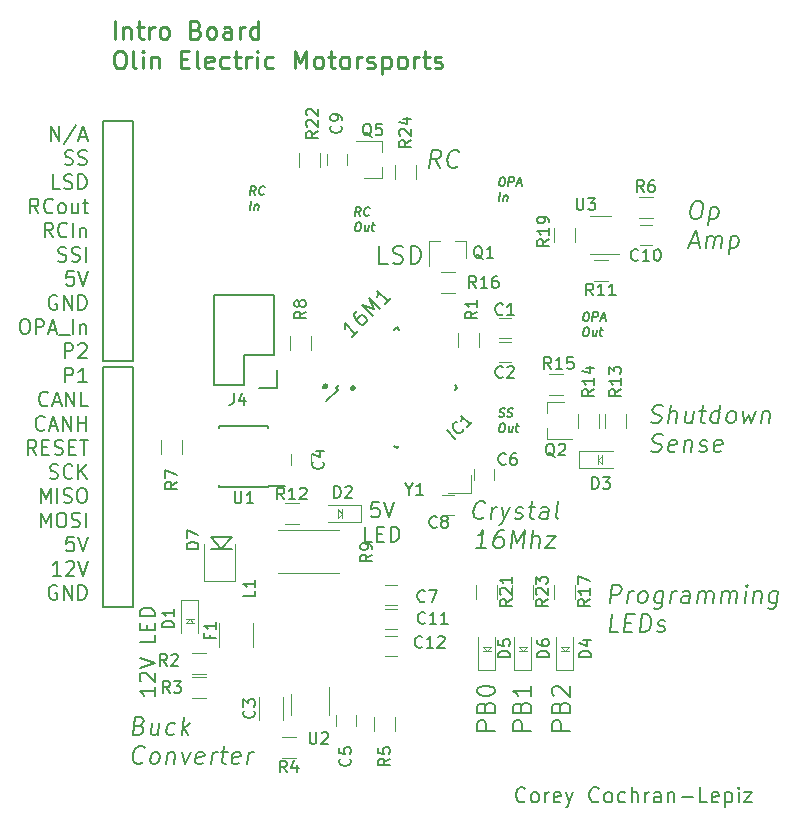
<source format=gto>
G04 #@! TF.GenerationSoftware,KiCad,Pcbnew,5.0.0-fee4fd1~66~ubuntu18.04.1*
G04 #@! TF.CreationDate,2018-10-13T10:41:21-04:00*
G04 #@! TF.ProjectId,Intro,496E74726F2E6B696361645F70636200,rev?*
G04 #@! TF.SameCoordinates,Original*
G04 #@! TF.FileFunction,Legend,Top*
G04 #@! TF.FilePolarity,Positive*
%FSLAX46Y46*%
G04 Gerber Fmt 4.6, Leading zero omitted, Abs format (unit mm)*
G04 Created by KiCad (PCBNEW 5.0.0-fee4fd1~66~ubuntu18.04.1) date Sat Oct 13 10:41:21 2018*
%MOMM*%
%LPD*%
G01*
G04 APERTURE LIST*
%ADD10C,0.203200*%
%ADD11C,0.184500*%
%ADD12C,0.177800*%
%ADD13C,0.152400*%
%ADD14C,0.254000*%
%ADD15C,0.120000*%
%ADD16C,0.100000*%
%ADD17C,0.500000*%
%ADD18C,0.150000*%
%ADD19C,0.200000*%
G04 APERTURE END LIST*
D10*
X127334365Y-110680257D02*
X127539722Y-110751685D01*
X127602222Y-110823114D01*
X127655794Y-110965971D01*
X127629008Y-111180257D01*
X127539722Y-111323114D01*
X127459365Y-111394542D01*
X127307580Y-111465971D01*
X126736151Y-111465971D01*
X126923651Y-109965971D01*
X127423651Y-109965971D01*
X127557580Y-110037400D01*
X127620080Y-110108828D01*
X127673651Y-110251685D01*
X127655794Y-110394542D01*
X127566508Y-110537400D01*
X127486151Y-110608828D01*
X127334365Y-110680257D01*
X126834365Y-110680257D01*
X129004008Y-110465971D02*
X128879008Y-111465971D01*
X128361151Y-110465971D02*
X128262937Y-111251685D01*
X128316508Y-111394542D01*
X128450437Y-111465971D01*
X128664722Y-111465971D01*
X128816508Y-111394542D01*
X128896865Y-111323114D01*
X130245080Y-111394542D02*
X130093294Y-111465971D01*
X129807580Y-111465971D01*
X129673651Y-111394542D01*
X129611151Y-111323114D01*
X129557580Y-111180257D01*
X129611151Y-110751685D01*
X129700437Y-110608828D01*
X129780794Y-110537400D01*
X129932580Y-110465971D01*
X130218294Y-110465971D01*
X130352222Y-110537400D01*
X130879008Y-111465971D02*
X131066508Y-109965971D01*
X131093294Y-110894542D02*
X131450437Y-111465971D01*
X131575437Y-110465971D02*
X130932580Y-111037400D01*
X127611151Y-113776314D02*
X127530794Y-113847742D01*
X127307580Y-113919171D01*
X127164722Y-113919171D01*
X126959365Y-113847742D01*
X126834365Y-113704885D01*
X126780794Y-113562028D01*
X126745080Y-113276314D01*
X126771865Y-113062028D01*
X126879008Y-112776314D01*
X126968294Y-112633457D01*
X127129008Y-112490600D01*
X127352222Y-112419171D01*
X127495080Y-112419171D01*
X127700437Y-112490600D01*
X127762937Y-112562028D01*
X128450437Y-113919171D02*
X128316508Y-113847742D01*
X128254008Y-113776314D01*
X128200437Y-113633457D01*
X128254008Y-113204885D01*
X128343294Y-113062028D01*
X128423651Y-112990600D01*
X128575437Y-112919171D01*
X128789722Y-112919171D01*
X128923651Y-112990600D01*
X128986151Y-113062028D01*
X129039722Y-113204885D01*
X128986151Y-113633457D01*
X128896865Y-113776314D01*
X128816508Y-113847742D01*
X128664722Y-113919171D01*
X128450437Y-113919171D01*
X129718294Y-112919171D02*
X129593294Y-113919171D01*
X129700437Y-113062028D02*
X129780794Y-112990600D01*
X129932580Y-112919171D01*
X130146865Y-112919171D01*
X130280794Y-112990600D01*
X130334365Y-113133457D01*
X130236151Y-113919171D01*
X130932580Y-112919171D02*
X131164722Y-113919171D01*
X131646865Y-112919171D01*
X132673651Y-113847742D02*
X132521865Y-113919171D01*
X132236151Y-113919171D01*
X132102222Y-113847742D01*
X132048651Y-113704885D01*
X132120080Y-113133457D01*
X132209365Y-112990600D01*
X132361151Y-112919171D01*
X132646865Y-112919171D01*
X132780794Y-112990600D01*
X132834365Y-113133457D01*
X132816508Y-113276314D01*
X132084365Y-113419171D01*
X133379008Y-113919171D02*
X133504008Y-112919171D01*
X133468294Y-113204885D02*
X133557580Y-113062028D01*
X133637937Y-112990600D01*
X133789722Y-112919171D01*
X133932580Y-112919171D01*
X134218294Y-112919171D02*
X134789722Y-112919171D01*
X134495080Y-112419171D02*
X134334365Y-113704885D01*
X134387937Y-113847742D01*
X134521865Y-113919171D01*
X134664722Y-113919171D01*
X135745080Y-113847742D02*
X135593294Y-113919171D01*
X135307580Y-113919171D01*
X135173651Y-113847742D01*
X135120080Y-113704885D01*
X135191508Y-113133457D01*
X135280794Y-112990600D01*
X135432580Y-112919171D01*
X135718294Y-112919171D01*
X135852222Y-112990600D01*
X135905794Y-113133457D01*
X135887937Y-113276314D01*
X135155794Y-113419171D01*
X136450437Y-113919171D02*
X136575437Y-112919171D01*
X136539722Y-113204885D02*
X136629008Y-113062028D01*
X136709365Y-112990600D01*
X136861151Y-112919171D01*
X137004008Y-112919171D01*
D11*
X158012853Y-64228107D02*
X158153425Y-64228107D01*
X158219317Y-64263250D01*
X158280817Y-64333535D01*
X158298389Y-64474107D01*
X158267639Y-64720107D01*
X158214925Y-64860678D01*
X158135853Y-64930964D01*
X158061175Y-64966107D01*
X157920603Y-64966107D01*
X157854710Y-64930964D01*
X157793210Y-64860678D01*
X157775639Y-64720107D01*
X157806389Y-64474107D01*
X157859103Y-64333535D01*
X157938175Y-64263250D01*
X158012853Y-64228107D01*
X158553175Y-64966107D02*
X158645425Y-64228107D01*
X158926567Y-64228107D01*
X158992460Y-64263250D01*
X159023210Y-64298392D01*
X159049567Y-64368678D01*
X159036389Y-64474107D01*
X158992460Y-64544392D01*
X158952925Y-64579535D01*
X158878246Y-64614678D01*
X158597103Y-64614678D01*
X159282389Y-64755250D02*
X159633817Y-64755250D01*
X159185746Y-64966107D02*
X159523996Y-64228107D01*
X159677746Y-64966107D01*
X157780032Y-66257607D02*
X157872282Y-65519607D01*
X158192960Y-65765607D02*
X158131460Y-66257607D01*
X158184175Y-65835892D02*
X158223710Y-65800750D01*
X158298389Y-65765607D01*
X158403817Y-65765607D01*
X158469710Y-65800750D01*
X158496067Y-65871035D01*
X158447746Y-66257607D01*
X137119746Y-65728107D02*
X136917675Y-65376678D01*
X136698032Y-65728107D02*
X136790282Y-64990107D01*
X137071425Y-64990107D01*
X137137317Y-65025250D01*
X137168067Y-65060392D01*
X137194425Y-65130678D01*
X137181246Y-65236107D01*
X137137317Y-65306392D01*
X137097782Y-65341535D01*
X137023103Y-65376678D01*
X136741960Y-65376678D01*
X137866532Y-65657821D02*
X137826996Y-65692964D01*
X137717175Y-65728107D01*
X137646889Y-65728107D01*
X137545853Y-65692964D01*
X137484353Y-65622678D01*
X137457996Y-65552392D01*
X137440425Y-65411821D01*
X137453603Y-65306392D01*
X137506317Y-65165821D01*
X137550246Y-65095535D01*
X137629317Y-65025250D01*
X137739139Y-64990107D01*
X137809425Y-64990107D01*
X137910460Y-65025250D01*
X137941210Y-65060392D01*
X136698032Y-67019607D02*
X136790282Y-66281607D01*
X137110960Y-66527607D02*
X137049460Y-67019607D01*
X137102175Y-66597892D02*
X137141710Y-66562750D01*
X137216389Y-66527607D01*
X137321817Y-66527607D01*
X137387710Y-66562750D01*
X137414067Y-66633035D01*
X137365746Y-67019607D01*
X157749282Y-84488964D02*
X157850317Y-84524107D01*
X158026032Y-84524107D01*
X158100710Y-84488964D01*
X158140246Y-84453821D01*
X158184175Y-84383535D01*
X158192960Y-84313250D01*
X158166603Y-84242964D01*
X158135853Y-84207821D01*
X158069960Y-84172678D01*
X157933782Y-84137535D01*
X157867889Y-84102392D01*
X157837139Y-84067250D01*
X157810782Y-83996964D01*
X157819567Y-83926678D01*
X157863496Y-83856392D01*
X157903032Y-83821250D01*
X157977710Y-83786107D01*
X158153425Y-83786107D01*
X158254460Y-83821250D01*
X158452139Y-84488964D02*
X158553175Y-84524107D01*
X158728889Y-84524107D01*
X158803567Y-84488964D01*
X158843103Y-84453821D01*
X158887032Y-84383535D01*
X158895817Y-84313250D01*
X158869460Y-84242964D01*
X158838710Y-84207821D01*
X158772817Y-84172678D01*
X158636639Y-84137535D01*
X158570746Y-84102392D01*
X158539996Y-84067250D01*
X158513639Y-83996964D01*
X158522425Y-83926678D01*
X158566353Y-83856392D01*
X158605889Y-83821250D01*
X158680567Y-83786107D01*
X158856282Y-83786107D01*
X158957317Y-83821250D01*
X158012853Y-85077607D02*
X158153425Y-85077607D01*
X158219317Y-85112750D01*
X158280817Y-85183035D01*
X158298389Y-85323607D01*
X158267639Y-85569607D01*
X158214925Y-85710178D01*
X158135853Y-85780464D01*
X158061175Y-85815607D01*
X157920603Y-85815607D01*
X157854710Y-85780464D01*
X157793210Y-85710178D01*
X157775639Y-85569607D01*
X157806389Y-85323607D01*
X157859103Y-85183035D01*
X157938175Y-85112750D01*
X158012853Y-85077607D01*
X158930960Y-85323607D02*
X158869460Y-85815607D01*
X158614675Y-85323607D02*
X158566353Y-85710178D01*
X158592710Y-85780464D01*
X158658603Y-85815607D01*
X158764032Y-85815607D01*
X158838710Y-85780464D01*
X158878246Y-85745321D01*
X159176960Y-85323607D02*
X159458103Y-85323607D01*
X159313139Y-85077607D02*
X159234067Y-85710178D01*
X159260425Y-85780464D01*
X159326317Y-85815607D01*
X159396603Y-85815607D01*
X146009746Y-67506107D02*
X145807675Y-67154678D01*
X145588032Y-67506107D02*
X145680282Y-66768107D01*
X145961425Y-66768107D01*
X146027317Y-66803250D01*
X146058067Y-66838392D01*
X146084425Y-66908678D01*
X146071246Y-67014107D01*
X146027317Y-67084392D01*
X145987782Y-67119535D01*
X145913103Y-67154678D01*
X145631960Y-67154678D01*
X146756532Y-67435821D02*
X146716996Y-67470964D01*
X146607175Y-67506107D01*
X146536889Y-67506107D01*
X146435853Y-67470964D01*
X146374353Y-67400678D01*
X146347996Y-67330392D01*
X146330425Y-67189821D01*
X146343603Y-67084392D01*
X146396317Y-66943821D01*
X146440246Y-66873535D01*
X146519317Y-66803250D01*
X146629139Y-66768107D01*
X146699425Y-66768107D01*
X146800460Y-66803250D01*
X146831210Y-66838392D01*
X145820853Y-68059607D02*
X145961425Y-68059607D01*
X146027317Y-68094750D01*
X146088817Y-68165035D01*
X146106389Y-68305607D01*
X146075639Y-68551607D01*
X146022925Y-68692178D01*
X145943853Y-68762464D01*
X145869175Y-68797607D01*
X145728603Y-68797607D01*
X145662710Y-68762464D01*
X145601210Y-68692178D01*
X145583639Y-68551607D01*
X145614389Y-68305607D01*
X145667103Y-68165035D01*
X145746175Y-68094750D01*
X145820853Y-68059607D01*
X146738960Y-68305607D02*
X146677460Y-68797607D01*
X146422675Y-68305607D02*
X146374353Y-68692178D01*
X146400710Y-68762464D01*
X146466603Y-68797607D01*
X146572032Y-68797607D01*
X146646710Y-68762464D01*
X146686246Y-68727321D01*
X146984960Y-68305607D02*
X147266103Y-68305607D01*
X147121139Y-68059607D02*
X147042067Y-68692178D01*
X147068425Y-68762464D01*
X147134317Y-68797607D01*
X147204603Y-68797607D01*
X165124853Y-75658107D02*
X165265425Y-75658107D01*
X165331317Y-75693250D01*
X165392817Y-75763535D01*
X165410389Y-75904107D01*
X165379639Y-76150107D01*
X165326925Y-76290678D01*
X165247853Y-76360964D01*
X165173175Y-76396107D01*
X165032603Y-76396107D01*
X164966710Y-76360964D01*
X164905210Y-76290678D01*
X164887639Y-76150107D01*
X164918389Y-75904107D01*
X164971103Y-75763535D01*
X165050175Y-75693250D01*
X165124853Y-75658107D01*
X165665175Y-76396107D02*
X165757425Y-75658107D01*
X166038567Y-75658107D01*
X166104460Y-75693250D01*
X166135210Y-75728392D01*
X166161567Y-75798678D01*
X166148389Y-75904107D01*
X166104460Y-75974392D01*
X166064925Y-76009535D01*
X165990246Y-76044678D01*
X165709103Y-76044678D01*
X166394389Y-76185250D02*
X166745817Y-76185250D01*
X166297746Y-76396107D02*
X166635996Y-75658107D01*
X166789746Y-76396107D01*
X165124853Y-76949607D02*
X165265425Y-76949607D01*
X165331317Y-76984750D01*
X165392817Y-77055035D01*
X165410389Y-77195607D01*
X165379639Y-77441607D01*
X165326925Y-77582178D01*
X165247853Y-77652464D01*
X165173175Y-77687607D01*
X165032603Y-77687607D01*
X164966710Y-77652464D01*
X164905210Y-77582178D01*
X164887639Y-77441607D01*
X164918389Y-77195607D01*
X164971103Y-77055035D01*
X165050175Y-76984750D01*
X165124853Y-76949607D01*
X166042960Y-77195607D02*
X165981460Y-77687607D01*
X165726675Y-77195607D02*
X165678353Y-77582178D01*
X165704710Y-77652464D01*
X165770603Y-77687607D01*
X165876032Y-77687607D01*
X165950710Y-77652464D01*
X165990246Y-77617321D01*
X166288960Y-77195607D02*
X166570103Y-77195607D01*
X166425139Y-76949607D02*
X166346067Y-77582178D01*
X166372425Y-77652464D01*
X166438317Y-77687607D01*
X166508603Y-77687607D01*
D12*
X119796115Y-61148383D02*
X119796115Y-59903783D01*
X120486287Y-61148383D01*
X120486287Y-59903783D01*
X121924144Y-59844516D02*
X120888887Y-61444716D01*
X122269230Y-60792783D02*
X122844372Y-60792783D01*
X122154201Y-61148383D02*
X122556801Y-59903783D01*
X122959401Y-61148383D01*
X121003915Y-63133816D02*
X121176458Y-63193083D01*
X121464030Y-63193083D01*
X121579058Y-63133816D01*
X121636572Y-63074550D01*
X121694087Y-62956016D01*
X121694087Y-62837483D01*
X121636572Y-62718950D01*
X121579058Y-62659683D01*
X121464030Y-62600416D01*
X121233972Y-62541150D01*
X121118944Y-62481883D01*
X121061430Y-62422616D01*
X121003915Y-62304083D01*
X121003915Y-62185550D01*
X121061430Y-62067016D01*
X121118944Y-62007750D01*
X121233972Y-61948483D01*
X121521544Y-61948483D01*
X121694087Y-62007750D01*
X122154201Y-63133816D02*
X122326744Y-63193083D01*
X122614315Y-63193083D01*
X122729344Y-63133816D01*
X122786858Y-63074550D01*
X122844372Y-62956016D01*
X122844372Y-62837483D01*
X122786858Y-62718950D01*
X122729344Y-62659683D01*
X122614315Y-62600416D01*
X122384258Y-62541150D01*
X122269230Y-62481883D01*
X122211715Y-62422616D01*
X122154201Y-62304083D01*
X122154201Y-62185550D01*
X122211715Y-62067016D01*
X122269230Y-62007750D01*
X122384258Y-61948483D01*
X122671830Y-61948483D01*
X122844372Y-62007750D01*
X120601315Y-65237783D02*
X120026172Y-65237783D01*
X120026172Y-63993183D01*
X120946401Y-65178516D02*
X121118944Y-65237783D01*
X121406515Y-65237783D01*
X121521544Y-65178516D01*
X121579058Y-65119250D01*
X121636572Y-65000716D01*
X121636572Y-64882183D01*
X121579058Y-64763650D01*
X121521544Y-64704383D01*
X121406515Y-64645116D01*
X121176458Y-64585850D01*
X121061430Y-64526583D01*
X121003915Y-64467316D01*
X120946401Y-64348783D01*
X120946401Y-64230250D01*
X121003915Y-64111716D01*
X121061430Y-64052450D01*
X121176458Y-63993183D01*
X121464030Y-63993183D01*
X121636572Y-64052450D01*
X122154201Y-65237783D02*
X122154201Y-63993183D01*
X122441772Y-63993183D01*
X122614315Y-64052450D01*
X122729344Y-64170983D01*
X122786858Y-64289516D01*
X122844372Y-64526583D01*
X122844372Y-64704383D01*
X122786858Y-64941450D01*
X122729344Y-65059983D01*
X122614315Y-65178516D01*
X122441772Y-65237783D01*
X122154201Y-65237783D01*
X118760858Y-67282483D02*
X118358258Y-66689816D01*
X118070687Y-67282483D02*
X118070687Y-66037883D01*
X118530801Y-66037883D01*
X118645830Y-66097150D01*
X118703344Y-66156416D01*
X118760858Y-66274950D01*
X118760858Y-66452750D01*
X118703344Y-66571283D01*
X118645830Y-66630550D01*
X118530801Y-66689816D01*
X118070687Y-66689816D01*
X119968658Y-67163950D02*
X119911144Y-67223216D01*
X119738601Y-67282483D01*
X119623572Y-67282483D01*
X119451030Y-67223216D01*
X119336001Y-67104683D01*
X119278487Y-66986150D01*
X119220972Y-66749083D01*
X119220972Y-66571283D01*
X119278487Y-66334216D01*
X119336001Y-66215683D01*
X119451030Y-66097150D01*
X119623572Y-66037883D01*
X119738601Y-66037883D01*
X119911144Y-66097150D01*
X119968658Y-66156416D01*
X120658830Y-67282483D02*
X120543801Y-67223216D01*
X120486287Y-67163950D01*
X120428772Y-67045416D01*
X120428772Y-66689816D01*
X120486287Y-66571283D01*
X120543801Y-66512016D01*
X120658830Y-66452750D01*
X120831372Y-66452750D01*
X120946401Y-66512016D01*
X121003915Y-66571283D01*
X121061430Y-66689816D01*
X121061430Y-67045416D01*
X121003915Y-67163950D01*
X120946401Y-67223216D01*
X120831372Y-67282483D01*
X120658830Y-67282483D01*
X122096687Y-66452750D02*
X122096687Y-67282483D01*
X121579058Y-66452750D02*
X121579058Y-67104683D01*
X121636572Y-67223216D01*
X121751601Y-67282483D01*
X121924144Y-67282483D01*
X122039172Y-67223216D01*
X122096687Y-67163950D01*
X122499287Y-66452750D02*
X122959401Y-66452750D01*
X122671830Y-66037883D02*
X122671830Y-67104683D01*
X122729344Y-67223216D01*
X122844372Y-67282483D01*
X122959401Y-67282483D01*
X119968658Y-69327183D02*
X119566058Y-68734516D01*
X119278487Y-69327183D02*
X119278487Y-68082583D01*
X119738601Y-68082583D01*
X119853630Y-68141850D01*
X119911144Y-68201116D01*
X119968658Y-68319650D01*
X119968658Y-68497450D01*
X119911144Y-68615983D01*
X119853630Y-68675250D01*
X119738601Y-68734516D01*
X119278487Y-68734516D01*
X121176458Y-69208650D02*
X121118944Y-69267916D01*
X120946401Y-69327183D01*
X120831372Y-69327183D01*
X120658830Y-69267916D01*
X120543801Y-69149383D01*
X120486287Y-69030850D01*
X120428772Y-68793783D01*
X120428772Y-68615983D01*
X120486287Y-68378916D01*
X120543801Y-68260383D01*
X120658830Y-68141850D01*
X120831372Y-68082583D01*
X120946401Y-68082583D01*
X121118944Y-68141850D01*
X121176458Y-68201116D01*
X121694087Y-69327183D02*
X121694087Y-68082583D01*
X122269230Y-68497450D02*
X122269230Y-69327183D01*
X122269230Y-68615983D02*
X122326744Y-68556716D01*
X122441772Y-68497450D01*
X122614315Y-68497450D01*
X122729344Y-68556716D01*
X122786858Y-68675250D01*
X122786858Y-69327183D01*
X120428772Y-71312616D02*
X120601315Y-71371883D01*
X120888887Y-71371883D01*
X121003915Y-71312616D01*
X121061430Y-71253350D01*
X121118944Y-71134816D01*
X121118944Y-71016283D01*
X121061430Y-70897750D01*
X121003915Y-70838483D01*
X120888887Y-70779216D01*
X120658830Y-70719950D01*
X120543801Y-70660683D01*
X120486287Y-70601416D01*
X120428772Y-70482883D01*
X120428772Y-70364350D01*
X120486287Y-70245816D01*
X120543801Y-70186550D01*
X120658830Y-70127283D01*
X120946401Y-70127283D01*
X121118944Y-70186550D01*
X121579058Y-71312616D02*
X121751601Y-71371883D01*
X122039172Y-71371883D01*
X122154201Y-71312616D01*
X122211715Y-71253350D01*
X122269230Y-71134816D01*
X122269230Y-71016283D01*
X122211715Y-70897750D01*
X122154201Y-70838483D01*
X122039172Y-70779216D01*
X121809115Y-70719950D01*
X121694087Y-70660683D01*
X121636572Y-70601416D01*
X121579058Y-70482883D01*
X121579058Y-70364350D01*
X121636572Y-70245816D01*
X121694087Y-70186550D01*
X121809115Y-70127283D01*
X122096687Y-70127283D01*
X122269230Y-70186550D01*
X122786858Y-71371883D02*
X122786858Y-70127283D01*
X121751601Y-72171983D02*
X121176458Y-72171983D01*
X121118944Y-72764650D01*
X121176458Y-72705383D01*
X121291487Y-72646116D01*
X121579058Y-72646116D01*
X121694087Y-72705383D01*
X121751601Y-72764650D01*
X121809115Y-72883183D01*
X121809115Y-73179516D01*
X121751601Y-73298050D01*
X121694087Y-73357316D01*
X121579058Y-73416583D01*
X121291487Y-73416583D01*
X121176458Y-73357316D01*
X121118944Y-73298050D01*
X122154201Y-72171983D02*
X122556801Y-73416583D01*
X122959401Y-72171983D01*
X120313744Y-74275950D02*
X120198715Y-74216683D01*
X120026172Y-74216683D01*
X119853630Y-74275950D01*
X119738601Y-74394483D01*
X119681087Y-74513016D01*
X119623572Y-74750083D01*
X119623572Y-74927883D01*
X119681087Y-75164950D01*
X119738601Y-75283483D01*
X119853630Y-75402016D01*
X120026172Y-75461283D01*
X120141201Y-75461283D01*
X120313744Y-75402016D01*
X120371258Y-75342750D01*
X120371258Y-74927883D01*
X120141201Y-74927883D01*
X120888887Y-75461283D02*
X120888887Y-74216683D01*
X121579058Y-75461283D01*
X121579058Y-74216683D01*
X122154201Y-75461283D02*
X122154201Y-74216683D01*
X122441772Y-74216683D01*
X122614315Y-74275950D01*
X122729344Y-74394483D01*
X122786858Y-74513016D01*
X122844372Y-74750083D01*
X122844372Y-74927883D01*
X122786858Y-75164950D01*
X122729344Y-75283483D01*
X122614315Y-75402016D01*
X122441772Y-75461283D01*
X122154201Y-75461283D01*
X117495544Y-76261383D02*
X117725601Y-76261383D01*
X117840630Y-76320650D01*
X117955658Y-76439183D01*
X118013172Y-76676250D01*
X118013172Y-77091116D01*
X117955658Y-77328183D01*
X117840630Y-77446716D01*
X117725601Y-77505983D01*
X117495544Y-77505983D01*
X117380515Y-77446716D01*
X117265487Y-77328183D01*
X117207972Y-77091116D01*
X117207972Y-76676250D01*
X117265487Y-76439183D01*
X117380515Y-76320650D01*
X117495544Y-76261383D01*
X118530801Y-77505983D02*
X118530801Y-76261383D01*
X118990915Y-76261383D01*
X119105944Y-76320650D01*
X119163458Y-76379916D01*
X119220972Y-76498450D01*
X119220972Y-76676250D01*
X119163458Y-76794783D01*
X119105944Y-76854050D01*
X118990915Y-76913316D01*
X118530801Y-76913316D01*
X119681087Y-77150383D02*
X120256230Y-77150383D01*
X119566058Y-77505983D02*
X119968658Y-76261383D01*
X120371258Y-77505983D01*
X120486287Y-77624516D02*
X121406515Y-77624516D01*
X121694087Y-77505983D02*
X121694087Y-76261383D01*
X122269230Y-76676250D02*
X122269230Y-77505983D01*
X122269230Y-76794783D02*
X122326744Y-76735516D01*
X122441772Y-76676250D01*
X122614315Y-76676250D01*
X122729344Y-76735516D01*
X122786858Y-76854050D01*
X122786858Y-77505983D01*
X121003915Y-79550683D02*
X121003915Y-78306083D01*
X121464030Y-78306083D01*
X121579058Y-78365350D01*
X121636572Y-78424616D01*
X121694087Y-78543150D01*
X121694087Y-78720950D01*
X121636572Y-78839483D01*
X121579058Y-78898750D01*
X121464030Y-78958016D01*
X121003915Y-78958016D01*
X122154201Y-78424616D02*
X122211715Y-78365350D01*
X122326744Y-78306083D01*
X122614315Y-78306083D01*
X122729344Y-78365350D01*
X122786858Y-78424616D01*
X122844372Y-78543150D01*
X122844372Y-78661683D01*
X122786858Y-78839483D01*
X122096687Y-79550683D01*
X122844372Y-79550683D01*
X121003915Y-81595383D02*
X121003915Y-80350783D01*
X121464030Y-80350783D01*
X121579058Y-80410050D01*
X121636572Y-80469316D01*
X121694087Y-80587850D01*
X121694087Y-80765650D01*
X121636572Y-80884183D01*
X121579058Y-80943450D01*
X121464030Y-81002716D01*
X121003915Y-81002716D01*
X122844372Y-81595383D02*
X122154201Y-81595383D01*
X122499287Y-81595383D02*
X122499287Y-80350783D01*
X122384258Y-80528583D01*
X122269230Y-80647116D01*
X122154201Y-80706383D01*
X119566058Y-83521550D02*
X119508544Y-83580816D01*
X119336001Y-83640083D01*
X119220972Y-83640083D01*
X119048430Y-83580816D01*
X118933401Y-83462283D01*
X118875887Y-83343750D01*
X118818372Y-83106683D01*
X118818372Y-82928883D01*
X118875887Y-82691816D01*
X118933401Y-82573283D01*
X119048430Y-82454750D01*
X119220972Y-82395483D01*
X119336001Y-82395483D01*
X119508544Y-82454750D01*
X119566058Y-82514016D01*
X120026172Y-83284483D02*
X120601315Y-83284483D01*
X119911144Y-83640083D02*
X120313744Y-82395483D01*
X120716344Y-83640083D01*
X121118944Y-83640083D02*
X121118944Y-82395483D01*
X121809115Y-83640083D01*
X121809115Y-82395483D01*
X122959401Y-83640083D02*
X122384258Y-83640083D01*
X122384258Y-82395483D01*
X119278487Y-85566250D02*
X119220972Y-85625516D01*
X119048430Y-85684783D01*
X118933401Y-85684783D01*
X118760858Y-85625516D01*
X118645830Y-85506983D01*
X118588315Y-85388450D01*
X118530801Y-85151383D01*
X118530801Y-84973583D01*
X118588315Y-84736516D01*
X118645830Y-84617983D01*
X118760858Y-84499450D01*
X118933401Y-84440183D01*
X119048430Y-84440183D01*
X119220972Y-84499450D01*
X119278487Y-84558716D01*
X119738601Y-85329183D02*
X120313744Y-85329183D01*
X119623572Y-85684783D02*
X120026172Y-84440183D01*
X120428772Y-85684783D01*
X120831372Y-85684783D02*
X120831372Y-84440183D01*
X121521544Y-85684783D01*
X121521544Y-84440183D01*
X122096687Y-85684783D02*
X122096687Y-84440183D01*
X122096687Y-85032850D02*
X122786858Y-85032850D01*
X122786858Y-85684783D02*
X122786858Y-84440183D01*
X118588315Y-87729483D02*
X118185715Y-87136816D01*
X117898144Y-87729483D02*
X117898144Y-86484883D01*
X118358258Y-86484883D01*
X118473287Y-86544150D01*
X118530801Y-86603416D01*
X118588315Y-86721950D01*
X118588315Y-86899750D01*
X118530801Y-87018283D01*
X118473287Y-87077550D01*
X118358258Y-87136816D01*
X117898144Y-87136816D01*
X119105944Y-87077550D02*
X119508544Y-87077550D01*
X119681087Y-87729483D02*
X119105944Y-87729483D01*
X119105944Y-86484883D01*
X119681087Y-86484883D01*
X120141201Y-87670216D02*
X120313744Y-87729483D01*
X120601315Y-87729483D01*
X120716344Y-87670216D01*
X120773858Y-87610950D01*
X120831372Y-87492416D01*
X120831372Y-87373883D01*
X120773858Y-87255350D01*
X120716344Y-87196083D01*
X120601315Y-87136816D01*
X120371258Y-87077550D01*
X120256230Y-87018283D01*
X120198715Y-86959016D01*
X120141201Y-86840483D01*
X120141201Y-86721950D01*
X120198715Y-86603416D01*
X120256230Y-86544150D01*
X120371258Y-86484883D01*
X120658830Y-86484883D01*
X120831372Y-86544150D01*
X121349001Y-87077550D02*
X121751601Y-87077550D01*
X121924144Y-87729483D02*
X121349001Y-87729483D01*
X121349001Y-86484883D01*
X121924144Y-86484883D01*
X122269230Y-86484883D02*
X122959401Y-86484883D01*
X122614315Y-87729483D02*
X122614315Y-86484883D01*
X119738601Y-89714916D02*
X119911144Y-89774183D01*
X120198715Y-89774183D01*
X120313744Y-89714916D01*
X120371258Y-89655650D01*
X120428772Y-89537116D01*
X120428772Y-89418583D01*
X120371258Y-89300050D01*
X120313744Y-89240783D01*
X120198715Y-89181516D01*
X119968658Y-89122250D01*
X119853630Y-89062983D01*
X119796115Y-89003716D01*
X119738601Y-88885183D01*
X119738601Y-88766650D01*
X119796115Y-88648116D01*
X119853630Y-88588850D01*
X119968658Y-88529583D01*
X120256230Y-88529583D01*
X120428772Y-88588850D01*
X121636572Y-89655650D02*
X121579058Y-89714916D01*
X121406515Y-89774183D01*
X121291487Y-89774183D01*
X121118944Y-89714916D01*
X121003915Y-89596383D01*
X120946401Y-89477850D01*
X120888887Y-89240783D01*
X120888887Y-89062983D01*
X120946401Y-88825916D01*
X121003915Y-88707383D01*
X121118944Y-88588850D01*
X121291487Y-88529583D01*
X121406515Y-88529583D01*
X121579058Y-88588850D01*
X121636572Y-88648116D01*
X122154201Y-89774183D02*
X122154201Y-88529583D01*
X122844372Y-89774183D02*
X122326744Y-89062983D01*
X122844372Y-88529583D02*
X122154201Y-89240783D01*
X118990915Y-91818883D02*
X118990915Y-90574283D01*
X119393515Y-91463283D01*
X119796115Y-90574283D01*
X119796115Y-91818883D01*
X120371258Y-91818883D02*
X120371258Y-90574283D01*
X120888887Y-91759616D02*
X121061430Y-91818883D01*
X121349001Y-91818883D01*
X121464030Y-91759616D01*
X121521544Y-91700350D01*
X121579058Y-91581816D01*
X121579058Y-91463283D01*
X121521544Y-91344750D01*
X121464030Y-91285483D01*
X121349001Y-91226216D01*
X121118944Y-91166950D01*
X121003915Y-91107683D01*
X120946401Y-91048416D01*
X120888887Y-90929883D01*
X120888887Y-90811350D01*
X120946401Y-90692816D01*
X121003915Y-90633550D01*
X121118944Y-90574283D01*
X121406515Y-90574283D01*
X121579058Y-90633550D01*
X122326744Y-90574283D02*
X122556801Y-90574283D01*
X122671830Y-90633550D01*
X122786858Y-90752083D01*
X122844372Y-90989150D01*
X122844372Y-91404016D01*
X122786858Y-91641083D01*
X122671830Y-91759616D01*
X122556801Y-91818883D01*
X122326744Y-91818883D01*
X122211715Y-91759616D01*
X122096687Y-91641083D01*
X122039172Y-91404016D01*
X122039172Y-90989150D01*
X122096687Y-90752083D01*
X122211715Y-90633550D01*
X122326744Y-90574283D01*
X118990915Y-93863583D02*
X118990915Y-92618983D01*
X119393515Y-93507983D01*
X119796115Y-92618983D01*
X119796115Y-93863583D01*
X120601315Y-92618983D02*
X120831372Y-92618983D01*
X120946401Y-92678250D01*
X121061430Y-92796783D01*
X121118944Y-93033850D01*
X121118944Y-93448716D01*
X121061430Y-93685783D01*
X120946401Y-93804316D01*
X120831372Y-93863583D01*
X120601315Y-93863583D01*
X120486287Y-93804316D01*
X120371258Y-93685783D01*
X120313744Y-93448716D01*
X120313744Y-93033850D01*
X120371258Y-92796783D01*
X120486287Y-92678250D01*
X120601315Y-92618983D01*
X121579058Y-93804316D02*
X121751601Y-93863583D01*
X122039172Y-93863583D01*
X122154201Y-93804316D01*
X122211715Y-93745050D01*
X122269230Y-93626516D01*
X122269230Y-93507983D01*
X122211715Y-93389450D01*
X122154201Y-93330183D01*
X122039172Y-93270916D01*
X121809115Y-93211650D01*
X121694087Y-93152383D01*
X121636572Y-93093116D01*
X121579058Y-92974583D01*
X121579058Y-92856050D01*
X121636572Y-92737516D01*
X121694087Y-92678250D01*
X121809115Y-92618983D01*
X122096687Y-92618983D01*
X122269230Y-92678250D01*
X122786858Y-93863583D02*
X122786858Y-92618983D01*
X121751601Y-94663683D02*
X121176458Y-94663683D01*
X121118944Y-95256350D01*
X121176458Y-95197083D01*
X121291487Y-95137816D01*
X121579058Y-95137816D01*
X121694087Y-95197083D01*
X121751601Y-95256350D01*
X121809115Y-95374883D01*
X121809115Y-95671216D01*
X121751601Y-95789750D01*
X121694087Y-95849016D01*
X121579058Y-95908283D01*
X121291487Y-95908283D01*
X121176458Y-95849016D01*
X121118944Y-95789750D01*
X122154201Y-94663683D02*
X122556801Y-95908283D01*
X122959401Y-94663683D01*
X120658830Y-97952983D02*
X119968658Y-97952983D01*
X120313744Y-97952983D02*
X120313744Y-96708383D01*
X120198715Y-96886183D01*
X120083687Y-97004716D01*
X119968658Y-97063983D01*
X121118944Y-96826916D02*
X121176458Y-96767650D01*
X121291487Y-96708383D01*
X121579058Y-96708383D01*
X121694087Y-96767650D01*
X121751601Y-96826916D01*
X121809115Y-96945450D01*
X121809115Y-97063983D01*
X121751601Y-97241783D01*
X121061430Y-97952983D01*
X121809115Y-97952983D01*
X122154201Y-96708383D02*
X122556801Y-97952983D01*
X122959401Y-96708383D01*
X120313744Y-98812350D02*
X120198715Y-98753083D01*
X120026172Y-98753083D01*
X119853630Y-98812350D01*
X119738601Y-98930883D01*
X119681087Y-99049416D01*
X119623572Y-99286483D01*
X119623572Y-99464283D01*
X119681087Y-99701350D01*
X119738601Y-99819883D01*
X119853630Y-99938416D01*
X120026172Y-99997683D01*
X120141201Y-99997683D01*
X120313744Y-99938416D01*
X120371258Y-99879150D01*
X120371258Y-99464283D01*
X120141201Y-99464283D01*
X120888887Y-99997683D02*
X120888887Y-98753083D01*
X121579058Y-99997683D01*
X121579058Y-98753083D01*
X122154201Y-99997683D02*
X122154201Y-98753083D01*
X122441772Y-98753083D01*
X122614315Y-98812350D01*
X122729344Y-98930883D01*
X122786858Y-99049416D01*
X122844372Y-99286483D01*
X122844372Y-99464283D01*
X122786858Y-99701350D01*
X122729344Y-99819883D01*
X122614315Y-99938416D01*
X122441772Y-99997683D01*
X122154201Y-99997683D01*
D10*
X167122151Y-100289971D02*
X167309651Y-98789971D01*
X167881080Y-98789971D01*
X168015008Y-98861400D01*
X168077508Y-98932828D01*
X168131080Y-99075685D01*
X168104294Y-99289971D01*
X168015008Y-99432828D01*
X167934651Y-99504257D01*
X167782865Y-99575685D01*
X167211437Y-99575685D01*
X168622151Y-100289971D02*
X168747151Y-99289971D01*
X168711437Y-99575685D02*
X168800722Y-99432828D01*
X168881080Y-99361400D01*
X169032865Y-99289971D01*
X169175722Y-99289971D01*
X169765008Y-100289971D02*
X169631080Y-100218542D01*
X169568580Y-100147114D01*
X169515008Y-100004257D01*
X169568580Y-99575685D01*
X169657865Y-99432828D01*
X169738222Y-99361400D01*
X169890008Y-99289971D01*
X170104294Y-99289971D01*
X170238222Y-99361400D01*
X170300722Y-99432828D01*
X170354294Y-99575685D01*
X170300722Y-100004257D01*
X170211437Y-100147114D01*
X170131080Y-100218542D01*
X169979294Y-100289971D01*
X169765008Y-100289971D01*
X171675722Y-99289971D02*
X171523937Y-100504257D01*
X171434651Y-100647114D01*
X171354294Y-100718542D01*
X171202508Y-100789971D01*
X170988222Y-100789971D01*
X170854294Y-100718542D01*
X171559651Y-100218542D02*
X171407865Y-100289971D01*
X171122151Y-100289971D01*
X170988222Y-100218542D01*
X170925722Y-100147114D01*
X170872151Y-100004257D01*
X170925722Y-99575685D01*
X171015008Y-99432828D01*
X171095365Y-99361400D01*
X171247151Y-99289971D01*
X171532865Y-99289971D01*
X171666794Y-99361400D01*
X172265008Y-100289971D02*
X172390008Y-99289971D01*
X172354294Y-99575685D02*
X172443580Y-99432828D01*
X172523937Y-99361400D01*
X172675722Y-99289971D01*
X172818580Y-99289971D01*
X173836437Y-100289971D02*
X173934651Y-99504257D01*
X173881080Y-99361400D01*
X173747151Y-99289971D01*
X173461437Y-99289971D01*
X173309651Y-99361400D01*
X173845365Y-100218542D02*
X173693580Y-100289971D01*
X173336437Y-100289971D01*
X173202508Y-100218542D01*
X173148937Y-100075685D01*
X173166794Y-99932828D01*
X173256080Y-99789971D01*
X173407865Y-99718542D01*
X173765008Y-99718542D01*
X173916794Y-99647114D01*
X174550722Y-100289971D02*
X174675722Y-99289971D01*
X174657865Y-99432828D02*
X174738222Y-99361400D01*
X174890008Y-99289971D01*
X175104294Y-99289971D01*
X175238222Y-99361400D01*
X175291794Y-99504257D01*
X175193580Y-100289971D01*
X175291794Y-99504257D02*
X175381080Y-99361400D01*
X175532865Y-99289971D01*
X175747151Y-99289971D01*
X175881080Y-99361400D01*
X175934651Y-99504257D01*
X175836437Y-100289971D01*
X176550722Y-100289971D02*
X176675722Y-99289971D01*
X176657865Y-99432828D02*
X176738222Y-99361400D01*
X176890008Y-99289971D01*
X177104294Y-99289971D01*
X177238222Y-99361400D01*
X177291794Y-99504257D01*
X177193580Y-100289971D01*
X177291794Y-99504257D02*
X177381080Y-99361400D01*
X177532865Y-99289971D01*
X177747151Y-99289971D01*
X177881080Y-99361400D01*
X177934651Y-99504257D01*
X177836437Y-100289971D01*
X178550722Y-100289971D02*
X178675722Y-99289971D01*
X178738222Y-98789971D02*
X178657865Y-98861400D01*
X178720365Y-98932828D01*
X178800722Y-98861400D01*
X178738222Y-98789971D01*
X178720365Y-98932828D01*
X179390008Y-99289971D02*
X179265008Y-100289971D01*
X179372151Y-99432828D02*
X179452508Y-99361400D01*
X179604294Y-99289971D01*
X179818580Y-99289971D01*
X179952508Y-99361400D01*
X180006080Y-99504257D01*
X179907865Y-100289971D01*
X181390008Y-99289971D02*
X181238222Y-100504257D01*
X181148937Y-100647114D01*
X181068580Y-100718542D01*
X180916794Y-100789971D01*
X180702508Y-100789971D01*
X180568580Y-100718542D01*
X181273937Y-100218542D02*
X181122151Y-100289971D01*
X180836437Y-100289971D01*
X180702508Y-100218542D01*
X180640008Y-100147114D01*
X180586437Y-100004257D01*
X180640008Y-99575685D01*
X180729294Y-99432828D01*
X180809651Y-99361400D01*
X180961437Y-99289971D01*
X181247151Y-99289971D01*
X181381080Y-99361400D01*
X167836437Y-102743171D02*
X167122151Y-102743171D01*
X167309651Y-101243171D01*
X168434651Y-101957457D02*
X168934651Y-101957457D01*
X169050722Y-102743171D02*
X168336437Y-102743171D01*
X168523937Y-101243171D01*
X169238222Y-101243171D01*
X169693580Y-102743171D02*
X169881080Y-101243171D01*
X170238222Y-101243171D01*
X170443580Y-101314600D01*
X170568580Y-101457457D01*
X170622151Y-101600314D01*
X170657865Y-101886028D01*
X170631080Y-102100314D01*
X170523937Y-102386028D01*
X170434651Y-102528885D01*
X170273937Y-102671742D01*
X170050722Y-102743171D01*
X169693580Y-102743171D01*
X171131080Y-102671742D02*
X171265008Y-102743171D01*
X171550722Y-102743171D01*
X171702508Y-102671742D01*
X171791794Y-102528885D01*
X171800722Y-102457457D01*
X171747151Y-102314600D01*
X171613222Y-102243171D01*
X171398937Y-102243171D01*
X171265008Y-102171742D01*
X171211437Y-102028885D01*
X171220365Y-101957457D01*
X171309651Y-101814600D01*
X171461437Y-101743171D01*
X171675722Y-101743171D01*
X171809651Y-101814600D01*
D13*
X159971619Y-117039571D02*
X159911142Y-117100047D01*
X159729714Y-117160523D01*
X159608761Y-117160523D01*
X159427333Y-117100047D01*
X159306380Y-116979095D01*
X159245904Y-116858142D01*
X159185428Y-116616238D01*
X159185428Y-116434809D01*
X159245904Y-116192904D01*
X159306380Y-116071952D01*
X159427333Y-115951000D01*
X159608761Y-115890523D01*
X159729714Y-115890523D01*
X159911142Y-115951000D01*
X159971619Y-116011476D01*
X160697333Y-117160523D02*
X160576380Y-117100047D01*
X160515904Y-117039571D01*
X160455428Y-116918619D01*
X160455428Y-116555761D01*
X160515904Y-116434809D01*
X160576380Y-116374333D01*
X160697333Y-116313857D01*
X160878761Y-116313857D01*
X160999714Y-116374333D01*
X161060190Y-116434809D01*
X161120666Y-116555761D01*
X161120666Y-116918619D01*
X161060190Y-117039571D01*
X160999714Y-117100047D01*
X160878761Y-117160523D01*
X160697333Y-117160523D01*
X161664952Y-117160523D02*
X161664952Y-116313857D01*
X161664952Y-116555761D02*
X161725428Y-116434809D01*
X161785904Y-116374333D01*
X161906857Y-116313857D01*
X162027809Y-116313857D01*
X162934952Y-117100047D02*
X162814000Y-117160523D01*
X162572095Y-117160523D01*
X162451142Y-117100047D01*
X162390666Y-116979095D01*
X162390666Y-116495285D01*
X162451142Y-116374333D01*
X162572095Y-116313857D01*
X162814000Y-116313857D01*
X162934952Y-116374333D01*
X162995428Y-116495285D01*
X162995428Y-116616238D01*
X162390666Y-116737190D01*
X163418761Y-116313857D02*
X163721142Y-117160523D01*
X164023523Y-116313857D02*
X163721142Y-117160523D01*
X163600190Y-117462904D01*
X163539714Y-117523380D01*
X163418761Y-117583857D01*
X166200666Y-117039571D02*
X166140190Y-117100047D01*
X165958761Y-117160523D01*
X165837809Y-117160523D01*
X165656380Y-117100047D01*
X165535428Y-116979095D01*
X165474952Y-116858142D01*
X165414476Y-116616238D01*
X165414476Y-116434809D01*
X165474952Y-116192904D01*
X165535428Y-116071952D01*
X165656380Y-115951000D01*
X165837809Y-115890523D01*
X165958761Y-115890523D01*
X166140190Y-115951000D01*
X166200666Y-116011476D01*
X166926380Y-117160523D02*
X166805428Y-117100047D01*
X166744952Y-117039571D01*
X166684476Y-116918619D01*
X166684476Y-116555761D01*
X166744952Y-116434809D01*
X166805428Y-116374333D01*
X166926380Y-116313857D01*
X167107809Y-116313857D01*
X167228761Y-116374333D01*
X167289238Y-116434809D01*
X167349714Y-116555761D01*
X167349714Y-116918619D01*
X167289238Y-117039571D01*
X167228761Y-117100047D01*
X167107809Y-117160523D01*
X166926380Y-117160523D01*
X168438285Y-117100047D02*
X168317333Y-117160523D01*
X168075428Y-117160523D01*
X167954476Y-117100047D01*
X167894000Y-117039571D01*
X167833523Y-116918619D01*
X167833523Y-116555761D01*
X167894000Y-116434809D01*
X167954476Y-116374333D01*
X168075428Y-116313857D01*
X168317333Y-116313857D01*
X168438285Y-116374333D01*
X168982571Y-117160523D02*
X168982571Y-115890523D01*
X169526857Y-117160523D02*
X169526857Y-116495285D01*
X169466380Y-116374333D01*
X169345428Y-116313857D01*
X169164000Y-116313857D01*
X169043047Y-116374333D01*
X168982571Y-116434809D01*
X170131619Y-117160523D02*
X170131619Y-116313857D01*
X170131619Y-116555761D02*
X170192095Y-116434809D01*
X170252571Y-116374333D01*
X170373523Y-116313857D01*
X170494476Y-116313857D01*
X171462095Y-117160523D02*
X171462095Y-116495285D01*
X171401619Y-116374333D01*
X171280666Y-116313857D01*
X171038761Y-116313857D01*
X170917809Y-116374333D01*
X171462095Y-117100047D02*
X171341142Y-117160523D01*
X171038761Y-117160523D01*
X170917809Y-117100047D01*
X170857333Y-116979095D01*
X170857333Y-116858142D01*
X170917809Y-116737190D01*
X171038761Y-116676714D01*
X171341142Y-116676714D01*
X171462095Y-116616238D01*
X172066857Y-116313857D02*
X172066857Y-117160523D01*
X172066857Y-116434809D02*
X172127333Y-116374333D01*
X172248285Y-116313857D01*
X172429714Y-116313857D01*
X172550666Y-116374333D01*
X172611142Y-116495285D01*
X172611142Y-117160523D01*
X173215904Y-116676714D02*
X174183523Y-116676714D01*
X175393047Y-117160523D02*
X174788285Y-117160523D01*
X174788285Y-115890523D01*
X176300190Y-117100047D02*
X176179238Y-117160523D01*
X175937333Y-117160523D01*
X175816380Y-117100047D01*
X175755904Y-116979095D01*
X175755904Y-116495285D01*
X175816380Y-116374333D01*
X175937333Y-116313857D01*
X176179238Y-116313857D01*
X176300190Y-116374333D01*
X176360666Y-116495285D01*
X176360666Y-116616238D01*
X175755904Y-116737190D01*
X176904952Y-116313857D02*
X176904952Y-117583857D01*
X176904952Y-116374333D02*
X177025904Y-116313857D01*
X177267809Y-116313857D01*
X177388761Y-116374333D01*
X177449238Y-116434809D01*
X177509714Y-116555761D01*
X177509714Y-116918619D01*
X177449238Y-117039571D01*
X177388761Y-117100047D01*
X177267809Y-117160523D01*
X177025904Y-117160523D01*
X176904952Y-117100047D01*
X178054000Y-117160523D02*
X178054000Y-116313857D01*
X178054000Y-115890523D02*
X177993523Y-115951000D01*
X178054000Y-116011476D01*
X178114476Y-115951000D01*
X178054000Y-115890523D01*
X178054000Y-116011476D01*
X178537809Y-116313857D02*
X179203047Y-116313857D01*
X178537809Y-117160523D01*
X179203047Y-117160523D01*
X145852408Y-77210090D02*
X145339250Y-77723248D01*
X145595829Y-77466669D02*
X144697804Y-76568644D01*
X144740567Y-76782459D01*
X144740567Y-76953512D01*
X144697804Y-77081801D01*
X145724119Y-75542329D02*
X145553066Y-75713381D01*
X145510303Y-75841670D01*
X145510303Y-75927197D01*
X145553066Y-76141012D01*
X145681355Y-76354828D01*
X146023460Y-76696933D01*
X146151750Y-76739696D01*
X146237276Y-76739696D01*
X146365565Y-76696933D01*
X146536618Y-76525880D01*
X146579381Y-76397591D01*
X146579381Y-76312065D01*
X146536618Y-76183775D01*
X146322802Y-75969960D01*
X146194513Y-75927197D01*
X146108987Y-75927197D01*
X145980697Y-75969960D01*
X145809645Y-76141012D01*
X145766882Y-76269302D01*
X145766882Y-76354828D01*
X145809645Y-76483117D01*
X147092539Y-75969960D02*
X146194513Y-75071934D01*
X147135302Y-75414039D01*
X146793197Y-74473250D01*
X147691222Y-75371276D01*
X148589248Y-74473250D02*
X148076090Y-74986408D01*
X148332669Y-74729829D02*
X147434644Y-73831804D01*
X147477407Y-74045619D01*
X147477407Y-74216672D01*
X147434644Y-74344961D01*
X147586095Y-91747823D02*
X146981333Y-91747823D01*
X146920857Y-92352585D01*
X146981333Y-92292109D01*
X147102285Y-92231633D01*
X147404666Y-92231633D01*
X147525619Y-92292109D01*
X147586095Y-92352585D01*
X147646571Y-92473538D01*
X147646571Y-92775919D01*
X147586095Y-92896871D01*
X147525619Y-92957347D01*
X147404666Y-93017823D01*
X147102285Y-93017823D01*
X146981333Y-92957347D01*
X146920857Y-92896871D01*
X148009428Y-91747823D02*
X148432761Y-93017823D01*
X148856095Y-91747823D01*
X147011571Y-95075223D02*
X146406809Y-95075223D01*
X146406809Y-93805223D01*
X147434904Y-94409985D02*
X147858238Y-94409985D01*
X148039666Y-95075223D02*
X147434904Y-95075223D01*
X147434904Y-93805223D01*
X148039666Y-93805223D01*
X148583952Y-95075223D02*
X148583952Y-93805223D01*
X148886333Y-93805223D01*
X149067761Y-93865700D01*
X149188714Y-93986652D01*
X149249190Y-94107604D01*
X149309666Y-94349509D01*
X149309666Y-94530938D01*
X149249190Y-94772842D01*
X149188714Y-94893795D01*
X149067761Y-95014747D01*
X148886333Y-95075223D01*
X148583952Y-95075223D01*
X128590523Y-107387571D02*
X128590523Y-108113285D01*
X128590523Y-107750428D02*
X127320523Y-107750428D01*
X127501952Y-107871380D01*
X127622904Y-107992333D01*
X127683380Y-108113285D01*
X127441476Y-106903761D02*
X127381000Y-106843285D01*
X127320523Y-106722333D01*
X127320523Y-106419952D01*
X127381000Y-106299000D01*
X127441476Y-106238523D01*
X127562428Y-106178047D01*
X127683380Y-106178047D01*
X127864809Y-106238523D01*
X128590523Y-106964238D01*
X128590523Y-106178047D01*
X127320523Y-105815190D02*
X128590523Y-105391857D01*
X127320523Y-104968523D01*
X128590523Y-102972809D02*
X128590523Y-103577571D01*
X127320523Y-103577571D01*
X127925285Y-102549476D02*
X127925285Y-102126142D01*
X128590523Y-101944714D02*
X128590523Y-102549476D01*
X127320523Y-102549476D01*
X127320523Y-101944714D01*
X128590523Y-101400428D02*
X127320523Y-101400428D01*
X127320523Y-101098047D01*
X127381000Y-100916619D01*
X127501952Y-100795666D01*
X127622904Y-100735190D01*
X127864809Y-100674714D01*
X128046238Y-100674714D01*
X128288142Y-100735190D01*
X128409095Y-100795666D01*
X128530047Y-100916619D01*
X128590523Y-101098047D01*
X128590523Y-101400428D01*
D14*
X125236242Y-52512571D02*
X125236242Y-51012571D01*
X125950528Y-51512571D02*
X125950528Y-52512571D01*
X125950528Y-51655428D02*
X126021957Y-51584000D01*
X126164814Y-51512571D01*
X126379100Y-51512571D01*
X126521957Y-51584000D01*
X126593385Y-51726857D01*
X126593385Y-52512571D01*
X127093385Y-51512571D02*
X127664814Y-51512571D01*
X127307671Y-51012571D02*
X127307671Y-52298285D01*
X127379100Y-52441142D01*
X127521957Y-52512571D01*
X127664814Y-52512571D01*
X128164814Y-52512571D02*
X128164814Y-51512571D01*
X128164814Y-51798285D02*
X128236242Y-51655428D01*
X128307671Y-51584000D01*
X128450528Y-51512571D01*
X128593385Y-51512571D01*
X129307671Y-52512571D02*
X129164814Y-52441142D01*
X129093385Y-52369714D01*
X129021957Y-52226857D01*
X129021957Y-51798285D01*
X129093385Y-51655428D01*
X129164814Y-51584000D01*
X129307671Y-51512571D01*
X129521957Y-51512571D01*
X129664814Y-51584000D01*
X129736242Y-51655428D01*
X129807671Y-51798285D01*
X129807671Y-52226857D01*
X129736242Y-52369714D01*
X129664814Y-52441142D01*
X129521957Y-52512571D01*
X129307671Y-52512571D01*
X132093385Y-51726857D02*
X132307671Y-51798285D01*
X132379100Y-51869714D01*
X132450528Y-52012571D01*
X132450528Y-52226857D01*
X132379100Y-52369714D01*
X132307671Y-52441142D01*
X132164814Y-52512571D01*
X131593385Y-52512571D01*
X131593385Y-51012571D01*
X132093385Y-51012571D01*
X132236242Y-51084000D01*
X132307671Y-51155428D01*
X132379100Y-51298285D01*
X132379100Y-51441142D01*
X132307671Y-51584000D01*
X132236242Y-51655428D01*
X132093385Y-51726857D01*
X131593385Y-51726857D01*
X133307671Y-52512571D02*
X133164814Y-52441142D01*
X133093385Y-52369714D01*
X133021957Y-52226857D01*
X133021957Y-51798285D01*
X133093385Y-51655428D01*
X133164814Y-51584000D01*
X133307671Y-51512571D01*
X133521957Y-51512571D01*
X133664814Y-51584000D01*
X133736242Y-51655428D01*
X133807671Y-51798285D01*
X133807671Y-52226857D01*
X133736242Y-52369714D01*
X133664814Y-52441142D01*
X133521957Y-52512571D01*
X133307671Y-52512571D01*
X135093385Y-52512571D02*
X135093385Y-51726857D01*
X135021957Y-51584000D01*
X134879100Y-51512571D01*
X134593385Y-51512571D01*
X134450528Y-51584000D01*
X135093385Y-52441142D02*
X134950528Y-52512571D01*
X134593385Y-52512571D01*
X134450528Y-52441142D01*
X134379100Y-52298285D01*
X134379100Y-52155428D01*
X134450528Y-52012571D01*
X134593385Y-51941142D01*
X134950528Y-51941142D01*
X135093385Y-51869714D01*
X135807671Y-52512571D02*
X135807671Y-51512571D01*
X135807671Y-51798285D02*
X135879100Y-51655428D01*
X135950528Y-51584000D01*
X136093385Y-51512571D01*
X136236242Y-51512571D01*
X137379100Y-52512571D02*
X137379100Y-51012571D01*
X137379100Y-52441142D02*
X137236242Y-52512571D01*
X136950528Y-52512571D01*
X136807671Y-52441142D01*
X136736242Y-52369714D01*
X136664814Y-52226857D01*
X136664814Y-51798285D01*
X136736242Y-51655428D01*
X136807671Y-51584000D01*
X136950528Y-51512571D01*
X137236242Y-51512571D01*
X137379100Y-51584000D01*
X125521957Y-53516571D02*
X125807671Y-53516571D01*
X125950528Y-53588000D01*
X126093385Y-53730857D01*
X126164814Y-54016571D01*
X126164814Y-54516571D01*
X126093385Y-54802285D01*
X125950528Y-54945142D01*
X125807671Y-55016571D01*
X125521957Y-55016571D01*
X125379100Y-54945142D01*
X125236242Y-54802285D01*
X125164814Y-54516571D01*
X125164814Y-54016571D01*
X125236242Y-53730857D01*
X125379100Y-53588000D01*
X125521957Y-53516571D01*
X127021957Y-55016571D02*
X126879100Y-54945142D01*
X126807671Y-54802285D01*
X126807671Y-53516571D01*
X127593385Y-55016571D02*
X127593385Y-54016571D01*
X127593385Y-53516571D02*
X127521957Y-53588000D01*
X127593385Y-53659428D01*
X127664814Y-53588000D01*
X127593385Y-53516571D01*
X127593385Y-53659428D01*
X128307671Y-54016571D02*
X128307671Y-55016571D01*
X128307671Y-54159428D02*
X128379100Y-54088000D01*
X128521957Y-54016571D01*
X128736242Y-54016571D01*
X128879100Y-54088000D01*
X128950528Y-54230857D01*
X128950528Y-55016571D01*
X130807671Y-54230857D02*
X131307671Y-54230857D01*
X131521957Y-55016571D02*
X130807671Y-55016571D01*
X130807671Y-53516571D01*
X131521957Y-53516571D01*
X132379100Y-55016571D02*
X132236242Y-54945142D01*
X132164814Y-54802285D01*
X132164814Y-53516571D01*
X133521957Y-54945142D02*
X133379100Y-55016571D01*
X133093385Y-55016571D01*
X132950528Y-54945142D01*
X132879100Y-54802285D01*
X132879100Y-54230857D01*
X132950528Y-54088000D01*
X133093385Y-54016571D01*
X133379100Y-54016571D01*
X133521957Y-54088000D01*
X133593385Y-54230857D01*
X133593385Y-54373714D01*
X132879100Y-54516571D01*
X134879100Y-54945142D02*
X134736242Y-55016571D01*
X134450528Y-55016571D01*
X134307671Y-54945142D01*
X134236242Y-54873714D01*
X134164814Y-54730857D01*
X134164814Y-54302285D01*
X134236242Y-54159428D01*
X134307671Y-54088000D01*
X134450528Y-54016571D01*
X134736242Y-54016571D01*
X134879100Y-54088000D01*
X135307671Y-54016571D02*
X135879100Y-54016571D01*
X135521957Y-53516571D02*
X135521957Y-54802285D01*
X135593385Y-54945142D01*
X135736242Y-55016571D01*
X135879100Y-55016571D01*
X136379100Y-55016571D02*
X136379100Y-54016571D01*
X136379100Y-54302285D02*
X136450528Y-54159428D01*
X136521957Y-54088000D01*
X136664814Y-54016571D01*
X136807671Y-54016571D01*
X137307671Y-55016571D02*
X137307671Y-54016571D01*
X137307671Y-53516571D02*
X137236242Y-53588000D01*
X137307671Y-53659428D01*
X137379100Y-53588000D01*
X137307671Y-53516571D01*
X137307671Y-53659428D01*
X138664814Y-54945142D02*
X138521957Y-55016571D01*
X138236242Y-55016571D01*
X138093385Y-54945142D01*
X138021957Y-54873714D01*
X137950528Y-54730857D01*
X137950528Y-54302285D01*
X138021957Y-54159428D01*
X138093385Y-54088000D01*
X138236242Y-54016571D01*
X138521957Y-54016571D01*
X138664814Y-54088000D01*
X140450528Y-55016571D02*
X140450528Y-53516571D01*
X140950528Y-54588000D01*
X141450528Y-53516571D01*
X141450528Y-55016571D01*
X142379100Y-55016571D02*
X142236242Y-54945142D01*
X142164814Y-54873714D01*
X142093385Y-54730857D01*
X142093385Y-54302285D01*
X142164814Y-54159428D01*
X142236242Y-54088000D01*
X142379100Y-54016571D01*
X142593385Y-54016571D01*
X142736242Y-54088000D01*
X142807671Y-54159428D01*
X142879100Y-54302285D01*
X142879100Y-54730857D01*
X142807671Y-54873714D01*
X142736242Y-54945142D01*
X142593385Y-55016571D01*
X142379100Y-55016571D01*
X143307671Y-54016571D02*
X143879100Y-54016571D01*
X143521957Y-53516571D02*
X143521957Y-54802285D01*
X143593385Y-54945142D01*
X143736242Y-55016571D01*
X143879100Y-55016571D01*
X144593385Y-55016571D02*
X144450528Y-54945142D01*
X144379100Y-54873714D01*
X144307671Y-54730857D01*
X144307671Y-54302285D01*
X144379100Y-54159428D01*
X144450528Y-54088000D01*
X144593385Y-54016571D01*
X144807671Y-54016571D01*
X144950528Y-54088000D01*
X145021957Y-54159428D01*
X145093385Y-54302285D01*
X145093385Y-54730857D01*
X145021957Y-54873714D01*
X144950528Y-54945142D01*
X144807671Y-55016571D01*
X144593385Y-55016571D01*
X145736242Y-55016571D02*
X145736242Y-54016571D01*
X145736242Y-54302285D02*
X145807671Y-54159428D01*
X145879100Y-54088000D01*
X146021957Y-54016571D01*
X146164814Y-54016571D01*
X146593385Y-54945142D02*
X146736242Y-55016571D01*
X147021957Y-55016571D01*
X147164814Y-54945142D01*
X147236242Y-54802285D01*
X147236242Y-54730857D01*
X147164814Y-54588000D01*
X147021957Y-54516571D01*
X146807671Y-54516571D01*
X146664814Y-54445142D01*
X146593385Y-54302285D01*
X146593385Y-54230857D01*
X146664814Y-54088000D01*
X146807671Y-54016571D01*
X147021957Y-54016571D01*
X147164814Y-54088000D01*
X147879100Y-54016571D02*
X147879100Y-55516571D01*
X147879100Y-54088000D02*
X148021957Y-54016571D01*
X148307671Y-54016571D01*
X148450528Y-54088000D01*
X148521957Y-54159428D01*
X148593385Y-54302285D01*
X148593385Y-54730857D01*
X148521957Y-54873714D01*
X148450528Y-54945142D01*
X148307671Y-55016571D01*
X148021957Y-55016571D01*
X147879100Y-54945142D01*
X149450528Y-55016571D02*
X149307671Y-54945142D01*
X149236242Y-54873714D01*
X149164814Y-54730857D01*
X149164814Y-54302285D01*
X149236242Y-54159428D01*
X149307671Y-54088000D01*
X149450528Y-54016571D01*
X149664814Y-54016571D01*
X149807671Y-54088000D01*
X149879100Y-54159428D01*
X149950528Y-54302285D01*
X149950528Y-54730857D01*
X149879100Y-54873714D01*
X149807671Y-54945142D01*
X149664814Y-55016571D01*
X149450528Y-55016571D01*
X150593385Y-55016571D02*
X150593385Y-54016571D01*
X150593385Y-54302285D02*
X150664814Y-54159428D01*
X150736242Y-54088000D01*
X150879100Y-54016571D01*
X151021957Y-54016571D01*
X151307671Y-54016571D02*
X151879100Y-54016571D01*
X151521957Y-53516571D02*
X151521957Y-54802285D01*
X151593385Y-54945142D01*
X151736242Y-55016571D01*
X151879100Y-55016571D01*
X152307671Y-54945142D02*
X152450528Y-55016571D01*
X152736242Y-55016571D01*
X152879100Y-54945142D01*
X152950528Y-54802285D01*
X152950528Y-54730857D01*
X152879100Y-54588000D01*
X152736242Y-54516571D01*
X152521957Y-54516571D01*
X152379100Y-54445142D01*
X152307671Y-54302285D01*
X152307671Y-54230857D01*
X152379100Y-54088000D01*
X152521957Y-54016571D01*
X152736242Y-54016571D01*
X152879100Y-54088000D01*
D10*
X148352000Y-71544571D02*
X147637714Y-71544571D01*
X147637714Y-70044571D01*
X148780571Y-71473142D02*
X148994857Y-71544571D01*
X149352000Y-71544571D01*
X149494857Y-71473142D01*
X149566285Y-71401714D01*
X149637714Y-71258857D01*
X149637714Y-71116000D01*
X149566285Y-70973142D01*
X149494857Y-70901714D01*
X149352000Y-70830285D01*
X149066285Y-70758857D01*
X148923428Y-70687428D01*
X148852000Y-70616000D01*
X148780571Y-70473142D01*
X148780571Y-70330285D01*
X148852000Y-70187428D01*
X148923428Y-70116000D01*
X149066285Y-70044571D01*
X149423428Y-70044571D01*
X149637714Y-70116000D01*
X150280571Y-71544571D02*
X150280571Y-70044571D01*
X150637714Y-70044571D01*
X150852000Y-70116000D01*
X150994857Y-70258857D01*
X151066285Y-70401714D01*
X151137714Y-70687428D01*
X151137714Y-70901714D01*
X151066285Y-71187428D01*
X150994857Y-71330285D01*
X150852000Y-71473142D01*
X150637714Y-71544571D01*
X150280571Y-71544571D01*
X152728079Y-63416571D02*
X152317365Y-62702285D01*
X151870936Y-63416571D02*
X152058436Y-61916571D01*
X152629865Y-61916571D01*
X152763793Y-61988000D01*
X152826293Y-62059428D01*
X152879865Y-62202285D01*
X152853079Y-62416571D01*
X152763793Y-62559428D01*
X152683436Y-62630857D01*
X152531650Y-62702285D01*
X151960222Y-62702285D01*
X154245936Y-63273714D02*
X154165579Y-63345142D01*
X153942365Y-63416571D01*
X153799507Y-63416571D01*
X153594150Y-63345142D01*
X153469150Y-63202285D01*
X153415579Y-63059428D01*
X153379865Y-62773714D01*
X153406650Y-62559428D01*
X153513793Y-62273714D01*
X153603079Y-62130857D01*
X153763793Y-61988000D01*
X153987007Y-61916571D01*
X154129865Y-61916571D01*
X154335222Y-61988000D01*
X154397722Y-62059428D01*
X174453365Y-66277971D02*
X174739080Y-66277971D01*
X174873008Y-66349400D01*
X174998008Y-66492257D01*
X175033722Y-66777971D01*
X174971222Y-67277971D01*
X174864080Y-67563685D01*
X174703365Y-67706542D01*
X174551580Y-67777971D01*
X174265865Y-67777971D01*
X174131937Y-67706542D01*
X174006937Y-67563685D01*
X173971222Y-67277971D01*
X174033722Y-66777971D01*
X174140865Y-66492257D01*
X174301580Y-66349400D01*
X174453365Y-66277971D01*
X175676580Y-66777971D02*
X175489080Y-68277971D01*
X175667651Y-66849400D02*
X175819437Y-66777971D01*
X176105151Y-66777971D01*
X176239080Y-66849400D01*
X176301580Y-66920828D01*
X176355151Y-67063685D01*
X176301580Y-67492257D01*
X176212294Y-67635114D01*
X176131937Y-67706542D01*
X175980151Y-67777971D01*
X175694437Y-67777971D01*
X175560508Y-67706542D01*
X173962294Y-69802600D02*
X174676580Y-69802600D01*
X173765865Y-70231171D02*
X174453365Y-68731171D01*
X174765865Y-70231171D01*
X175265865Y-70231171D02*
X175390865Y-69231171D01*
X175373008Y-69374028D02*
X175453365Y-69302600D01*
X175605151Y-69231171D01*
X175819437Y-69231171D01*
X175953365Y-69302600D01*
X176006937Y-69445457D01*
X175908722Y-70231171D01*
X176006937Y-69445457D02*
X176096222Y-69302600D01*
X176248008Y-69231171D01*
X176462294Y-69231171D01*
X176596222Y-69302600D01*
X176649794Y-69445457D01*
X176551580Y-70231171D01*
X177390865Y-69231171D02*
X177203365Y-70731171D01*
X177381937Y-69302600D02*
X177533722Y-69231171D01*
X177819437Y-69231171D01*
X177953365Y-69302600D01*
X178015865Y-69374028D01*
X178069437Y-69516885D01*
X178015865Y-69945457D01*
X177926580Y-70088314D01*
X177846222Y-70159742D01*
X177694437Y-70231171D01*
X177408722Y-70231171D01*
X177274794Y-70159742D01*
X170615651Y-84978542D02*
X170821008Y-85049971D01*
X171178151Y-85049971D01*
X171329937Y-84978542D01*
X171410294Y-84907114D01*
X171499580Y-84764257D01*
X171517437Y-84621400D01*
X171463865Y-84478542D01*
X171401365Y-84407114D01*
X171267437Y-84335685D01*
X170990651Y-84264257D01*
X170856722Y-84192828D01*
X170794222Y-84121400D01*
X170740651Y-83978542D01*
X170758508Y-83835685D01*
X170847794Y-83692828D01*
X170928151Y-83621400D01*
X171079937Y-83549971D01*
X171437080Y-83549971D01*
X171642437Y-83621400D01*
X172106722Y-85049971D02*
X172294222Y-83549971D01*
X172749580Y-85049971D02*
X172847794Y-84264257D01*
X172794222Y-84121400D01*
X172660294Y-84049971D01*
X172446008Y-84049971D01*
X172294222Y-84121400D01*
X172213865Y-84192828D01*
X174231722Y-84049971D02*
X174106722Y-85049971D01*
X173588865Y-84049971D02*
X173490651Y-84835685D01*
X173544222Y-84978542D01*
X173678151Y-85049971D01*
X173892437Y-85049971D01*
X174044222Y-84978542D01*
X174124580Y-84907114D01*
X174731722Y-84049971D02*
X175303151Y-84049971D01*
X175008508Y-83549971D02*
X174847794Y-84835685D01*
X174901365Y-84978542D01*
X175035294Y-85049971D01*
X175178151Y-85049971D01*
X176321008Y-85049971D02*
X176508508Y-83549971D01*
X176329937Y-84978542D02*
X176178151Y-85049971D01*
X175892437Y-85049971D01*
X175758508Y-84978542D01*
X175696008Y-84907114D01*
X175642437Y-84764257D01*
X175696008Y-84335685D01*
X175785294Y-84192828D01*
X175865651Y-84121400D01*
X176017437Y-84049971D01*
X176303151Y-84049971D01*
X176437080Y-84121400D01*
X177249580Y-85049971D02*
X177115651Y-84978542D01*
X177053151Y-84907114D01*
X176999580Y-84764257D01*
X177053151Y-84335685D01*
X177142437Y-84192828D01*
X177222794Y-84121400D01*
X177374580Y-84049971D01*
X177588865Y-84049971D01*
X177722794Y-84121400D01*
X177785294Y-84192828D01*
X177838865Y-84335685D01*
X177785294Y-84764257D01*
X177696008Y-84907114D01*
X177615651Y-84978542D01*
X177463865Y-85049971D01*
X177249580Y-85049971D01*
X178374580Y-84049971D02*
X178535294Y-85049971D01*
X178910294Y-84335685D01*
X179106722Y-85049971D01*
X179517437Y-84049971D01*
X180088865Y-84049971D02*
X179963865Y-85049971D01*
X180071008Y-84192828D02*
X180151365Y-84121400D01*
X180303151Y-84049971D01*
X180517437Y-84049971D01*
X180651365Y-84121400D01*
X180704937Y-84264257D01*
X180606722Y-85049971D01*
X170615651Y-87431742D02*
X170821008Y-87503171D01*
X171178151Y-87503171D01*
X171329937Y-87431742D01*
X171410294Y-87360314D01*
X171499580Y-87217457D01*
X171517437Y-87074600D01*
X171463865Y-86931742D01*
X171401365Y-86860314D01*
X171267437Y-86788885D01*
X170990651Y-86717457D01*
X170856722Y-86646028D01*
X170794222Y-86574600D01*
X170740651Y-86431742D01*
X170758508Y-86288885D01*
X170847794Y-86146028D01*
X170928151Y-86074600D01*
X171079937Y-86003171D01*
X171437080Y-86003171D01*
X171642437Y-86074600D01*
X172687080Y-87431742D02*
X172535294Y-87503171D01*
X172249580Y-87503171D01*
X172115651Y-87431742D01*
X172062080Y-87288885D01*
X172133508Y-86717457D01*
X172222794Y-86574600D01*
X172374580Y-86503171D01*
X172660294Y-86503171D01*
X172794222Y-86574600D01*
X172847794Y-86717457D01*
X172829937Y-86860314D01*
X172097794Y-87003171D01*
X173517437Y-86503171D02*
X173392437Y-87503171D01*
X173499580Y-86646028D02*
X173579937Y-86574600D01*
X173731722Y-86503171D01*
X173946008Y-86503171D01*
X174079937Y-86574600D01*
X174133508Y-86717457D01*
X174035294Y-87503171D01*
X174687080Y-87431742D02*
X174821008Y-87503171D01*
X175106722Y-87503171D01*
X175258508Y-87431742D01*
X175347794Y-87288885D01*
X175356722Y-87217457D01*
X175303151Y-87074600D01*
X175169222Y-87003171D01*
X174954937Y-87003171D01*
X174821008Y-86931742D01*
X174767437Y-86788885D01*
X174776365Y-86717457D01*
X174865651Y-86574600D01*
X175017437Y-86503171D01*
X175231722Y-86503171D01*
X175365651Y-86574600D01*
X176544222Y-87431742D02*
X176392437Y-87503171D01*
X176106722Y-87503171D01*
X175972794Y-87431742D01*
X175919222Y-87288885D01*
X175990651Y-86717457D01*
X176079937Y-86574600D01*
X176231722Y-86503171D01*
X176517437Y-86503171D01*
X176651365Y-86574600D01*
X176704937Y-86717457D01*
X176687080Y-86860314D01*
X175954937Y-87003171D01*
X156449079Y-93035114D02*
X156368722Y-93106542D01*
X156145507Y-93177971D01*
X156002650Y-93177971D01*
X155797293Y-93106542D01*
X155672293Y-92963685D01*
X155618722Y-92820828D01*
X155583007Y-92535114D01*
X155609793Y-92320828D01*
X155716936Y-92035114D01*
X155806222Y-91892257D01*
X155966936Y-91749400D01*
X156190150Y-91677971D01*
X156333007Y-91677971D01*
X156538365Y-91749400D01*
X156600865Y-91820828D01*
X157074079Y-93177971D02*
X157199079Y-92177971D01*
X157163365Y-92463685D02*
X157252650Y-92320828D01*
X157333007Y-92249400D01*
X157484793Y-92177971D01*
X157627650Y-92177971D01*
X157984793Y-92177971D02*
X158216936Y-93177971D01*
X158699079Y-92177971D02*
X158216936Y-93177971D01*
X158029436Y-93535114D01*
X157949079Y-93606542D01*
X157797293Y-93677971D01*
X159083007Y-93106542D02*
X159216936Y-93177971D01*
X159502650Y-93177971D01*
X159654436Y-93106542D01*
X159743722Y-92963685D01*
X159752650Y-92892257D01*
X159699079Y-92749400D01*
X159565150Y-92677971D01*
X159350865Y-92677971D01*
X159216936Y-92606542D01*
X159163365Y-92463685D01*
X159172293Y-92392257D01*
X159261579Y-92249400D01*
X159413365Y-92177971D01*
X159627650Y-92177971D01*
X159761579Y-92249400D01*
X160270507Y-92177971D02*
X160841936Y-92177971D01*
X160547293Y-91677971D02*
X160386579Y-92963685D01*
X160440150Y-93106542D01*
X160574079Y-93177971D01*
X160716936Y-93177971D01*
X161859793Y-93177971D02*
X161958007Y-92392257D01*
X161904436Y-92249400D01*
X161770507Y-92177971D01*
X161484793Y-92177971D01*
X161333007Y-92249400D01*
X161868722Y-93106542D02*
X161716936Y-93177971D01*
X161359793Y-93177971D01*
X161225865Y-93106542D01*
X161172293Y-92963685D01*
X161190150Y-92820828D01*
X161279436Y-92677971D01*
X161431222Y-92606542D01*
X161788365Y-92606542D01*
X161940150Y-92535114D01*
X162788365Y-93177971D02*
X162654436Y-93106542D01*
X162600865Y-92963685D01*
X162761579Y-91677971D01*
X156681222Y-95631171D02*
X155824079Y-95631171D01*
X156252650Y-95631171D02*
X156440150Y-94131171D01*
X156270507Y-94345457D01*
X156109793Y-94488314D01*
X155958007Y-94559742D01*
X158154436Y-94131171D02*
X157868722Y-94131171D01*
X157716936Y-94202600D01*
X157636579Y-94274028D01*
X157466936Y-94488314D01*
X157359793Y-94774028D01*
X157288365Y-95345457D01*
X157341936Y-95488314D01*
X157404436Y-95559742D01*
X157538365Y-95631171D01*
X157824079Y-95631171D01*
X157975865Y-95559742D01*
X158056222Y-95488314D01*
X158145507Y-95345457D01*
X158190150Y-94988314D01*
X158136579Y-94845457D01*
X158074079Y-94774028D01*
X157940150Y-94702600D01*
X157654436Y-94702600D01*
X157502650Y-94774028D01*
X157422293Y-94845457D01*
X157333007Y-94988314D01*
X158752650Y-95631171D02*
X158940150Y-94131171D01*
X159306222Y-95202600D01*
X159940150Y-94131171D01*
X159752650Y-95631171D01*
X160466936Y-95631171D02*
X160654436Y-94131171D01*
X161109793Y-95631171D02*
X161208007Y-94845457D01*
X161154436Y-94702600D01*
X161020507Y-94631171D01*
X160806222Y-94631171D01*
X160654436Y-94702600D01*
X160574079Y-94774028D01*
X161806222Y-94631171D02*
X162591936Y-94631171D01*
X161681222Y-95631171D01*
X162466936Y-95631171D01*
X163746571Y-111077142D02*
X162246571Y-111077142D01*
X162246571Y-110505714D01*
X162318000Y-110362857D01*
X162389428Y-110291428D01*
X162532285Y-110220000D01*
X162746571Y-110220000D01*
X162889428Y-110291428D01*
X162960857Y-110362857D01*
X163032285Y-110505714D01*
X163032285Y-111077142D01*
X162960857Y-109077142D02*
X163032285Y-108862857D01*
X163103714Y-108791428D01*
X163246571Y-108720000D01*
X163460857Y-108720000D01*
X163603714Y-108791428D01*
X163675142Y-108862857D01*
X163746571Y-109005714D01*
X163746571Y-109577142D01*
X162246571Y-109577142D01*
X162246571Y-109077142D01*
X162318000Y-108934285D01*
X162389428Y-108862857D01*
X162532285Y-108791428D01*
X162675142Y-108791428D01*
X162818000Y-108862857D01*
X162889428Y-108934285D01*
X162960857Y-109077142D01*
X162960857Y-109577142D01*
X162389428Y-108148571D02*
X162318000Y-108077142D01*
X162246571Y-107934285D01*
X162246571Y-107577142D01*
X162318000Y-107434285D01*
X162389428Y-107362857D01*
X162532285Y-107291428D01*
X162675142Y-107291428D01*
X162889428Y-107362857D01*
X163746571Y-108220000D01*
X163746571Y-107291428D01*
X160444571Y-111077142D02*
X158944571Y-111077142D01*
X158944571Y-110505714D01*
X159016000Y-110362857D01*
X159087428Y-110291428D01*
X159230285Y-110220000D01*
X159444571Y-110220000D01*
X159587428Y-110291428D01*
X159658857Y-110362857D01*
X159730285Y-110505714D01*
X159730285Y-111077142D01*
X159658857Y-109077142D02*
X159730285Y-108862857D01*
X159801714Y-108791428D01*
X159944571Y-108720000D01*
X160158857Y-108720000D01*
X160301714Y-108791428D01*
X160373142Y-108862857D01*
X160444571Y-109005714D01*
X160444571Y-109577142D01*
X158944571Y-109577142D01*
X158944571Y-109077142D01*
X159016000Y-108934285D01*
X159087428Y-108862857D01*
X159230285Y-108791428D01*
X159373142Y-108791428D01*
X159516000Y-108862857D01*
X159587428Y-108934285D01*
X159658857Y-109077142D01*
X159658857Y-109577142D01*
X160444571Y-107291428D02*
X160444571Y-108148571D01*
X160444571Y-107720000D02*
X158944571Y-107720000D01*
X159158857Y-107862857D01*
X159301714Y-108005714D01*
X159373142Y-108148571D01*
X157396571Y-111077142D02*
X155896571Y-111077142D01*
X155896571Y-110505714D01*
X155968000Y-110362857D01*
X156039428Y-110291428D01*
X156182285Y-110220000D01*
X156396571Y-110220000D01*
X156539428Y-110291428D01*
X156610857Y-110362857D01*
X156682285Y-110505714D01*
X156682285Y-111077142D01*
X156610857Y-109077142D02*
X156682285Y-108862857D01*
X156753714Y-108791428D01*
X156896571Y-108720000D01*
X157110857Y-108720000D01*
X157253714Y-108791428D01*
X157325142Y-108862857D01*
X157396571Y-109005714D01*
X157396571Y-109577142D01*
X155896571Y-109577142D01*
X155896571Y-109077142D01*
X155968000Y-108934285D01*
X156039428Y-108862857D01*
X156182285Y-108791428D01*
X156325142Y-108791428D01*
X156468000Y-108862857D01*
X156539428Y-108934285D01*
X156610857Y-109077142D01*
X156610857Y-109577142D01*
X155896571Y-107791428D02*
X155896571Y-107648571D01*
X155968000Y-107505714D01*
X156039428Y-107434285D01*
X156182285Y-107362857D01*
X156468000Y-107291428D01*
X156825142Y-107291428D01*
X157110857Y-107362857D01*
X157253714Y-107434285D01*
X157325142Y-107505714D01*
X157396571Y-107648571D01*
X157396571Y-107791428D01*
X157325142Y-107934285D01*
X157253714Y-108005714D01*
X157110857Y-108077142D01*
X156825142Y-108148571D01*
X156468000Y-108148571D01*
X156182285Y-108077142D01*
X156039428Y-108005714D01*
X155968000Y-107934285D01*
X155896571Y-107791428D01*
D15*
G04 #@! TO.C,C4*
X141820000Y-88638000D02*
X141820000Y-87638000D01*
X140120000Y-87638000D02*
X140120000Y-88638000D01*
G04 #@! TO.C,C5*
X143930000Y-109736000D02*
X143930000Y-110736000D01*
X145630000Y-110736000D02*
X145630000Y-109736000D01*
G04 #@! TO.C,C6*
X157314000Y-89908000D02*
X157314000Y-88908000D01*
X155614000Y-88908000D02*
X155614000Y-89908000D01*
G04 #@! TO.C,C10*
X169680000Y-69938000D02*
X170680000Y-69938000D01*
X170680000Y-68238000D02*
X169680000Y-68238000D01*
G04 #@! TO.C,C11*
X149090000Y-100750000D02*
X148090000Y-100750000D01*
X148090000Y-102450000D02*
X149090000Y-102450000D01*
G04 #@! TO.C,C12*
X149090000Y-103036000D02*
X148090000Y-103036000D01*
X148090000Y-104736000D02*
X149090000Y-104736000D01*
D16*
G04 #@! TO.C,D2*
X144472000Y-92360000D02*
X144472000Y-92710000D01*
X144472000Y-92710000D02*
X144472000Y-93060000D01*
X144122000Y-92360000D02*
X144472000Y-92710000D01*
X144122000Y-92410000D02*
X144122000Y-92360000D01*
X144122000Y-92360000D02*
X144122000Y-92410000D01*
X144122000Y-93060000D02*
X144122000Y-92410000D01*
X144172000Y-93010000D02*
X144122000Y-93060000D01*
X144472000Y-92710000D02*
X144172000Y-93010000D01*
D15*
X146072000Y-93410000D02*
X146072000Y-92010000D01*
X146072000Y-92010000D02*
X143272000Y-92010000D01*
X146072000Y-93410000D02*
X143272000Y-93410000D01*
D16*
G04 #@! TO.C,D6*
X160116000Y-104340000D02*
X159766000Y-104340000D01*
X159766000Y-104340000D02*
X159416000Y-104340000D01*
X160116000Y-103990000D02*
X159766000Y-104340000D01*
X160066000Y-103990000D02*
X160116000Y-103990000D01*
X160116000Y-103990000D02*
X160066000Y-103990000D01*
X159416000Y-103990000D02*
X160066000Y-103990000D01*
X159466000Y-104040000D02*
X159416000Y-103990000D01*
X159766000Y-104340000D02*
X159466000Y-104040000D01*
D15*
X159066000Y-105940000D02*
X160466000Y-105940000D01*
X160466000Y-105940000D02*
X160466000Y-103140000D01*
X159066000Y-105940000D02*
X159066000Y-103140000D01*
G04 #@! TO.C,F1*
X134009500Y-104002500D02*
X134009500Y-102002500D01*
X136969500Y-102002500D02*
X136969500Y-104002500D01*
D17*
G04 #@! TO.C,IC1*
X145395054Y-82069266D02*
G75*
G03X145395054Y-82069266I-50801J0D01*
G01*
X143060186Y-81925581D02*
G75*
G03X143060186Y-81925581I-50800J0D01*
G01*
D18*
X143971476Y-82051305D02*
X144130575Y-82210404D01*
X149098000Y-76924781D02*
X149327810Y-77154591D01*
X154224524Y-82051305D02*
X153994714Y-81821495D01*
X149098000Y-87177829D02*
X148868190Y-86948019D01*
X143971476Y-82051305D02*
X144201286Y-81821495D01*
X149098000Y-87177829D02*
X149327810Y-86948019D01*
X154224524Y-82051305D02*
X153994714Y-82281115D01*
X149098000Y-76924781D02*
X148868190Y-77154591D01*
X144130575Y-82210404D02*
X143122948Y-83218031D01*
D15*
G04 #@! TO.C,R1*
X154314000Y-78578000D02*
X154314000Y-77378000D01*
X156074000Y-77378000D02*
X156074000Y-78578000D01*
G04 #@! TO.C,R2*
X131734000Y-104530000D02*
X132934000Y-104530000D01*
X132934000Y-106290000D02*
X131734000Y-106290000D01*
G04 #@! TO.C,R3*
X131734000Y-106562000D02*
X132934000Y-106562000D01*
X132934000Y-108322000D02*
X131734000Y-108322000D01*
G04 #@! TO.C,R6*
X169580000Y-65922000D02*
X170780000Y-65922000D01*
X170780000Y-67682000D02*
X169580000Y-67682000D01*
G04 #@! TO.C,R8*
X141850000Y-77632000D02*
X141850000Y-78832000D01*
X140090000Y-78832000D02*
X140090000Y-77632000D01*
G04 #@! TO.C,R11*
X165770000Y-71256000D02*
X166970000Y-71256000D01*
X166970000Y-73016000D02*
X165770000Y-73016000D01*
G04 #@! TO.C,R12*
X140808000Y-93590000D02*
X139608000Y-93590000D01*
X139608000Y-91830000D02*
X140808000Y-91830000D01*
G04 #@! TO.C,R16*
X154016000Y-74032000D02*
X152816000Y-74032000D01*
X152816000Y-72272000D02*
X154016000Y-72272000D01*
G04 #@! TO.C,U2*
X140160100Y-108002500D02*
X140160100Y-109802500D01*
X143380100Y-109802500D02*
X143380100Y-107352500D01*
D16*
G04 #@! TO.C,Y1*
X155416000Y-91008000D02*
X153416000Y-91008000D01*
X155416000Y-91008000D02*
X155416000Y-89408000D01*
D15*
G04 #@! TO.C,R13*
X168520000Y-84236000D02*
X168520000Y-85436000D01*
X166760000Y-85436000D02*
X166760000Y-84236000D01*
G04 #@! TO.C,R14*
X166234000Y-84236000D02*
X166234000Y-85436000D01*
X164474000Y-85436000D02*
X164474000Y-84236000D01*
G04 #@! TO.C,R15*
X161960000Y-80908000D02*
X163160000Y-80908000D01*
X163160000Y-82668000D02*
X161960000Y-82668000D01*
G04 #@! TO.C,R17*
X162442000Y-99914000D02*
X162442000Y-98714000D01*
X164202000Y-98714000D02*
X164202000Y-99914000D01*
G04 #@! TO.C,C3*
X139450000Y-110220000D02*
X139450000Y-108220000D01*
X137410000Y-108220000D02*
X137410000Y-110220000D01*
G04 #@! TO.C,C7*
X149090000Y-98718000D02*
X148090000Y-98718000D01*
X148090000Y-100418000D02*
X149090000Y-100418000D01*
G04 #@! TO.C,C8*
X153916000Y-91098000D02*
X152916000Y-91098000D01*
X152916000Y-92798000D02*
X153916000Y-92798000D01*
G04 #@! TO.C,C9*
X143168000Y-62238000D02*
X143168000Y-63238000D01*
X144868000Y-63238000D02*
X144868000Y-62238000D01*
D16*
G04 #@! TO.C,D1*
X131222000Y-101654000D02*
X131572000Y-101654000D01*
X131572000Y-101654000D02*
X131922000Y-101654000D01*
X131222000Y-102004000D02*
X131572000Y-101654000D01*
X131272000Y-102004000D02*
X131222000Y-102004000D01*
X131222000Y-102004000D02*
X131272000Y-102004000D01*
X131922000Y-102004000D02*
X131272000Y-102004000D01*
X131872000Y-101954000D02*
X131922000Y-102004000D01*
X131572000Y-101654000D02*
X131872000Y-101954000D01*
D15*
X132272000Y-100054000D02*
X130872000Y-100054000D01*
X130872000Y-100054000D02*
X130872000Y-102854000D01*
X132272000Y-100054000D02*
X132272000Y-102854000D01*
D19*
G04 #@! TO.C,D7*
X135112000Y-94650000D02*
X134212000Y-95750000D01*
X133412000Y-94650000D02*
X135112000Y-94650000D01*
X134212000Y-95750000D02*
X133412000Y-94650000D01*
X133412000Y-95750000D02*
X135112000Y-95750000D01*
D15*
X132778500Y-98425000D02*
X135445500Y-98425000D01*
X135445500Y-98425000D02*
X135445500Y-95250000D01*
X132778500Y-98425000D02*
X132778500Y-95250000D01*
D18*
G04 #@! TO.C,J4*
X138684000Y-79248000D02*
X138684000Y-74168000D01*
X138964000Y-82068000D02*
X137414000Y-82068000D01*
X136144000Y-81788000D02*
X136144000Y-79248000D01*
X136144000Y-79248000D02*
X138684000Y-79248000D01*
X138684000Y-74168000D02*
X133604000Y-74168000D01*
X133604000Y-74168000D02*
X133604000Y-79248000D01*
X138964000Y-82068000D02*
X138964000Y-80518000D01*
X133604000Y-81788000D02*
X136144000Y-81788000D01*
X133604000Y-79248000D02*
X133604000Y-81788000D01*
D15*
G04 #@! TO.C,Q1*
X154996000Y-69598000D02*
X154066000Y-69598000D01*
X151836000Y-69598000D02*
X152766000Y-69598000D01*
X151836000Y-69598000D02*
X151836000Y-71758000D01*
X154996000Y-69598000D02*
X154996000Y-71058000D01*
G04 #@! TO.C,Q2*
X161800000Y-83256000D02*
X161800000Y-84186000D01*
X161800000Y-86416000D02*
X161800000Y-85486000D01*
X161800000Y-86416000D02*
X163960000Y-86416000D01*
X161800000Y-83256000D02*
X163260000Y-83256000D01*
G04 #@! TO.C,Q5*
X147826000Y-64318000D02*
X147826000Y-63388000D01*
X147826000Y-61158000D02*
X147826000Y-62088000D01*
X147826000Y-61158000D02*
X145666000Y-61158000D01*
X147826000Y-64318000D02*
X146366000Y-64318000D01*
G04 #@! TO.C,R9*
X144205000Y-97705000D02*
X139005000Y-97705000D01*
X139005000Y-94065000D02*
X144205000Y-94065000D01*
G04 #@! TO.C,R19*
X162442000Y-69688000D02*
X162442000Y-68488000D01*
X164202000Y-68488000D02*
X164202000Y-69688000D01*
G04 #@! TO.C,R21*
X155838000Y-99914000D02*
X155838000Y-98714000D01*
X157598000Y-98714000D02*
X157598000Y-99914000D01*
G04 #@! TO.C,R22*
X142612000Y-62138000D02*
X142612000Y-63338000D01*
X140852000Y-63338000D02*
X140852000Y-62138000D01*
G04 #@! TO.C,R23*
X158886000Y-99914000D02*
X158886000Y-98714000D01*
X160646000Y-98714000D02*
X160646000Y-99914000D01*
G04 #@! TO.C,R24*
X150740000Y-63154000D02*
X150740000Y-64354000D01*
X148980000Y-64354000D02*
X148980000Y-63154000D01*
D18*
G04 #@! TO.C,U1*
X138219000Y-90459000D02*
X138219000Y-90409000D01*
X134069000Y-90459000D02*
X134069000Y-90314000D01*
X134069000Y-85309000D02*
X134069000Y-85454000D01*
X138219000Y-85309000D02*
X138219000Y-85454000D01*
X138219000Y-90459000D02*
X134069000Y-90459000D01*
X138219000Y-85309000D02*
X134069000Y-85309000D01*
X138219000Y-90409000D02*
X139619000Y-90409000D01*
D15*
G04 #@! TO.C,U3*
X167270000Y-67478000D02*
X165470000Y-67478000D01*
X165470000Y-70698000D02*
X167920000Y-70698000D01*
G04 #@! TO.C,C1*
X158742000Y-76112000D02*
X157742000Y-76112000D01*
X157742000Y-77812000D02*
X158742000Y-77812000D01*
G04 #@! TO.C,C2*
X158742000Y-78144000D02*
X157742000Y-78144000D01*
X157742000Y-79844000D02*
X158742000Y-79844000D01*
D16*
G04 #@! TO.C,D3*
X166170000Y-88488000D02*
X166170000Y-88138000D01*
X166170000Y-88138000D02*
X166170000Y-87788000D01*
X166520000Y-88488000D02*
X166170000Y-88138000D01*
X166520000Y-88438000D02*
X166520000Y-88488000D01*
X166520000Y-88488000D02*
X166520000Y-88438000D01*
X166520000Y-87788000D02*
X166520000Y-88438000D01*
X166470000Y-87838000D02*
X166520000Y-87788000D01*
X166170000Y-88138000D02*
X166470000Y-87838000D01*
D15*
X164570000Y-87438000D02*
X164570000Y-88838000D01*
X164570000Y-88838000D02*
X167370000Y-88838000D01*
X164570000Y-87438000D02*
X167370000Y-87438000D01*
D16*
G04 #@! TO.C,D4*
X163672000Y-104340000D02*
X163322000Y-104340000D01*
X163322000Y-104340000D02*
X162972000Y-104340000D01*
X163672000Y-103990000D02*
X163322000Y-104340000D01*
X163622000Y-103990000D02*
X163672000Y-103990000D01*
X163672000Y-103990000D02*
X163622000Y-103990000D01*
X162972000Y-103990000D02*
X163622000Y-103990000D01*
X163022000Y-104040000D02*
X162972000Y-103990000D01*
X163322000Y-104340000D02*
X163022000Y-104040000D01*
D15*
X162622000Y-105940000D02*
X164022000Y-105940000D01*
X164022000Y-105940000D02*
X164022000Y-103140000D01*
X162622000Y-105940000D02*
X162622000Y-103140000D01*
D16*
G04 #@! TO.C,D5*
X157068000Y-104340000D02*
X156718000Y-104340000D01*
X156718000Y-104340000D02*
X156368000Y-104340000D01*
X157068000Y-103990000D02*
X156718000Y-104340000D01*
X157018000Y-103990000D02*
X157068000Y-103990000D01*
X157068000Y-103990000D02*
X157018000Y-103990000D01*
X156368000Y-103990000D02*
X157018000Y-103990000D01*
X156418000Y-104040000D02*
X156368000Y-103990000D01*
X156718000Y-104340000D02*
X156418000Y-104040000D01*
D15*
X156018000Y-105940000D02*
X157418000Y-105940000D01*
X157418000Y-105940000D02*
X157418000Y-103140000D01*
X156018000Y-105940000D02*
X156018000Y-103140000D01*
G04 #@! TO.C,R4*
X139354000Y-111642000D02*
X140554000Y-111642000D01*
X140554000Y-113402000D02*
X139354000Y-113402000D01*
G04 #@! TO.C,R5*
X148962000Y-109890000D02*
X148962000Y-111090000D01*
X147202000Y-111090000D02*
X147202000Y-109890000D01*
G04 #@! TO.C,R7*
X130928000Y-86456000D02*
X130928000Y-87656000D01*
X129168000Y-87656000D02*
X129168000Y-86456000D01*
D18*
G04 #@! TO.C,J1*
X126746000Y-80264000D02*
X126746000Y-100584000D01*
X126746000Y-100584000D02*
X124206000Y-100584000D01*
X124206000Y-100584000D02*
X124206000Y-80264000D01*
X124206000Y-80264000D02*
X126746000Y-80264000D01*
G04 #@! TO.C,J2*
X124206000Y-59436000D02*
X126746000Y-59436000D01*
X124206000Y-79756000D02*
X124206000Y-59436000D01*
X126746000Y-79756000D02*
X124206000Y-79756000D01*
X126746000Y-59436000D02*
X126746000Y-79756000D01*
G04 #@! TO.C,C4*
X142851142Y-88304666D02*
X142898761Y-88352285D01*
X142946380Y-88495142D01*
X142946380Y-88590380D01*
X142898761Y-88733238D01*
X142803523Y-88828476D01*
X142708285Y-88876095D01*
X142517809Y-88923714D01*
X142374952Y-88923714D01*
X142184476Y-88876095D01*
X142089238Y-88828476D01*
X141994000Y-88733238D01*
X141946380Y-88590380D01*
X141946380Y-88495142D01*
X141994000Y-88352285D01*
X142041619Y-88304666D01*
X142279714Y-87447523D02*
X142946380Y-87447523D01*
X141898761Y-87685619D02*
X142613047Y-87923714D01*
X142613047Y-87304666D01*
G04 #@! TO.C,C5*
X145137142Y-113450666D02*
X145184761Y-113498285D01*
X145232380Y-113641142D01*
X145232380Y-113736380D01*
X145184761Y-113879238D01*
X145089523Y-113974476D01*
X144994285Y-114022095D01*
X144803809Y-114069714D01*
X144660952Y-114069714D01*
X144470476Y-114022095D01*
X144375238Y-113974476D01*
X144280000Y-113879238D01*
X144232380Y-113736380D01*
X144232380Y-113641142D01*
X144280000Y-113498285D01*
X144327619Y-113450666D01*
X144232380Y-112545904D02*
X144232380Y-113022095D01*
X144708571Y-113069714D01*
X144660952Y-113022095D01*
X144613333Y-112926857D01*
X144613333Y-112688761D01*
X144660952Y-112593523D01*
X144708571Y-112545904D01*
X144803809Y-112498285D01*
X145041904Y-112498285D01*
X145137142Y-112545904D01*
X145184761Y-112593523D01*
X145232380Y-112688761D01*
X145232380Y-112926857D01*
X145184761Y-113022095D01*
X145137142Y-113069714D01*
G04 #@! TO.C,C6*
X158329333Y-88495142D02*
X158281714Y-88542761D01*
X158138857Y-88590380D01*
X158043619Y-88590380D01*
X157900761Y-88542761D01*
X157805523Y-88447523D01*
X157757904Y-88352285D01*
X157710285Y-88161809D01*
X157710285Y-88018952D01*
X157757904Y-87828476D01*
X157805523Y-87733238D01*
X157900761Y-87638000D01*
X158043619Y-87590380D01*
X158138857Y-87590380D01*
X158281714Y-87638000D01*
X158329333Y-87685619D01*
X159186476Y-87590380D02*
X158996000Y-87590380D01*
X158900761Y-87638000D01*
X158853142Y-87685619D01*
X158757904Y-87828476D01*
X158710285Y-88018952D01*
X158710285Y-88399904D01*
X158757904Y-88495142D01*
X158805523Y-88542761D01*
X158900761Y-88590380D01*
X159091238Y-88590380D01*
X159186476Y-88542761D01*
X159234095Y-88495142D01*
X159281714Y-88399904D01*
X159281714Y-88161809D01*
X159234095Y-88066571D01*
X159186476Y-88018952D01*
X159091238Y-87971333D01*
X158900761Y-87971333D01*
X158805523Y-88018952D01*
X158757904Y-88066571D01*
X158710285Y-88161809D01*
G04 #@! TO.C,C10*
X169537142Y-71223142D02*
X169489523Y-71270761D01*
X169346666Y-71318380D01*
X169251428Y-71318380D01*
X169108571Y-71270761D01*
X169013333Y-71175523D01*
X168965714Y-71080285D01*
X168918095Y-70889809D01*
X168918095Y-70746952D01*
X168965714Y-70556476D01*
X169013333Y-70461238D01*
X169108571Y-70366000D01*
X169251428Y-70318380D01*
X169346666Y-70318380D01*
X169489523Y-70366000D01*
X169537142Y-70413619D01*
X170489523Y-71318380D02*
X169918095Y-71318380D01*
X170203809Y-71318380D02*
X170203809Y-70318380D01*
X170108571Y-70461238D01*
X170013333Y-70556476D01*
X169918095Y-70604095D01*
X171108571Y-70318380D02*
X171203809Y-70318380D01*
X171299047Y-70366000D01*
X171346666Y-70413619D01*
X171394285Y-70508857D01*
X171441904Y-70699333D01*
X171441904Y-70937428D01*
X171394285Y-71127904D01*
X171346666Y-71223142D01*
X171299047Y-71270761D01*
X171203809Y-71318380D01*
X171108571Y-71318380D01*
X171013333Y-71270761D01*
X170965714Y-71223142D01*
X170918095Y-71127904D01*
X170870476Y-70937428D01*
X170870476Y-70699333D01*
X170918095Y-70508857D01*
X170965714Y-70413619D01*
X171013333Y-70366000D01*
X171108571Y-70318380D01*
G04 #@! TO.C,C11*
X151503142Y-101957142D02*
X151455523Y-102004761D01*
X151312666Y-102052380D01*
X151217428Y-102052380D01*
X151074571Y-102004761D01*
X150979333Y-101909523D01*
X150931714Y-101814285D01*
X150884095Y-101623809D01*
X150884095Y-101480952D01*
X150931714Y-101290476D01*
X150979333Y-101195238D01*
X151074571Y-101100000D01*
X151217428Y-101052380D01*
X151312666Y-101052380D01*
X151455523Y-101100000D01*
X151503142Y-101147619D01*
X152455523Y-102052380D02*
X151884095Y-102052380D01*
X152169809Y-102052380D02*
X152169809Y-101052380D01*
X152074571Y-101195238D01*
X151979333Y-101290476D01*
X151884095Y-101338095D01*
X153407904Y-102052380D02*
X152836476Y-102052380D01*
X153122190Y-102052380D02*
X153122190Y-101052380D01*
X153026952Y-101195238D01*
X152931714Y-101290476D01*
X152836476Y-101338095D01*
G04 #@! TO.C,C12*
X151249142Y-103989142D02*
X151201523Y-104036761D01*
X151058666Y-104084380D01*
X150963428Y-104084380D01*
X150820571Y-104036761D01*
X150725333Y-103941523D01*
X150677714Y-103846285D01*
X150630095Y-103655809D01*
X150630095Y-103512952D01*
X150677714Y-103322476D01*
X150725333Y-103227238D01*
X150820571Y-103132000D01*
X150963428Y-103084380D01*
X151058666Y-103084380D01*
X151201523Y-103132000D01*
X151249142Y-103179619D01*
X152201523Y-104084380D02*
X151630095Y-104084380D01*
X151915809Y-104084380D02*
X151915809Y-103084380D01*
X151820571Y-103227238D01*
X151725333Y-103322476D01*
X151630095Y-103370095D01*
X152582476Y-103179619D02*
X152630095Y-103132000D01*
X152725333Y-103084380D01*
X152963428Y-103084380D01*
X153058666Y-103132000D01*
X153106285Y-103179619D01*
X153153904Y-103274857D01*
X153153904Y-103370095D01*
X153106285Y-103512952D01*
X152534857Y-104084380D01*
X153153904Y-104084380D01*
G04 #@! TO.C,D2*
X143787904Y-91384380D02*
X143787904Y-90384380D01*
X144026000Y-90384380D01*
X144168857Y-90432000D01*
X144264095Y-90527238D01*
X144311714Y-90622476D01*
X144359333Y-90812952D01*
X144359333Y-90955809D01*
X144311714Y-91146285D01*
X144264095Y-91241523D01*
X144168857Y-91336761D01*
X144026000Y-91384380D01*
X143787904Y-91384380D01*
X144740285Y-90479619D02*
X144787904Y-90432000D01*
X144883142Y-90384380D01*
X145121238Y-90384380D01*
X145216476Y-90432000D01*
X145264095Y-90479619D01*
X145311714Y-90574857D01*
X145311714Y-90670095D01*
X145264095Y-90812952D01*
X144692666Y-91384380D01*
X145311714Y-91384380D01*
G04 #@! TO.C,D6*
X161996380Y-104878095D02*
X160996380Y-104878095D01*
X160996380Y-104640000D01*
X161044000Y-104497142D01*
X161139238Y-104401904D01*
X161234476Y-104354285D01*
X161424952Y-104306666D01*
X161567809Y-104306666D01*
X161758285Y-104354285D01*
X161853523Y-104401904D01*
X161948761Y-104497142D01*
X161996380Y-104640000D01*
X161996380Y-104878095D01*
X160996380Y-103449523D02*
X160996380Y-103640000D01*
X161044000Y-103735238D01*
X161091619Y-103782857D01*
X161234476Y-103878095D01*
X161424952Y-103925714D01*
X161805904Y-103925714D01*
X161901142Y-103878095D01*
X161948761Y-103830476D01*
X161996380Y-103735238D01*
X161996380Y-103544761D01*
X161948761Y-103449523D01*
X161901142Y-103401904D01*
X161805904Y-103354285D01*
X161567809Y-103354285D01*
X161472571Y-103401904D01*
X161424952Y-103449523D01*
X161377333Y-103544761D01*
X161377333Y-103735238D01*
X161424952Y-103830476D01*
X161472571Y-103878095D01*
X161567809Y-103925714D01*
G04 #@! TO.C,F1*
X133278571Y-102949333D02*
X133278571Y-103282666D01*
X133802380Y-103282666D02*
X132802380Y-103282666D01*
X132802380Y-102806476D01*
X133802380Y-101901714D02*
X133802380Y-102473142D01*
X133802380Y-102187428D02*
X132802380Y-102187428D01*
X132945238Y-102282666D01*
X133040476Y-102377904D01*
X133088095Y-102473142D01*
G04 #@! TO.C,IC1*
X154061611Y-86354152D02*
X153354504Y-85647045D01*
X154735046Y-85546030D02*
X154735046Y-85613374D01*
X154667703Y-85748061D01*
X154600359Y-85815404D01*
X154465672Y-85882748D01*
X154330985Y-85882748D01*
X154229970Y-85849076D01*
X154061611Y-85748061D01*
X153960596Y-85647045D01*
X153859581Y-85478687D01*
X153825909Y-85377671D01*
X153825909Y-85242984D01*
X153893252Y-85108297D01*
X153960596Y-85040954D01*
X154095283Y-84973610D01*
X154162626Y-84973610D01*
X155475825Y-84939938D02*
X155071764Y-85344000D01*
X155273794Y-85141969D02*
X154566688Y-84434862D01*
X154600359Y-84603221D01*
X154600359Y-84737908D01*
X154566688Y-84838923D01*
G04 #@! TO.C,L1*
X137104380Y-99226666D02*
X137104380Y-99702857D01*
X136104380Y-99702857D01*
X137104380Y-98369523D02*
X137104380Y-98940952D01*
X137104380Y-98655238D02*
X136104380Y-98655238D01*
X136247238Y-98750476D01*
X136342476Y-98845714D01*
X136390095Y-98940952D01*
G04 #@! TO.C,R1*
X155900380Y-75604666D02*
X155424190Y-75938000D01*
X155900380Y-76176095D02*
X154900380Y-76176095D01*
X154900380Y-75795142D01*
X154948000Y-75699904D01*
X154995619Y-75652285D01*
X155090857Y-75604666D01*
X155233714Y-75604666D01*
X155328952Y-75652285D01*
X155376571Y-75699904D01*
X155424190Y-75795142D01*
X155424190Y-76176095D01*
X155900380Y-74652285D02*
X155900380Y-75223714D01*
X155900380Y-74938000D02*
X154900380Y-74938000D01*
X155043238Y-75033238D01*
X155138476Y-75128476D01*
X155186095Y-75223714D01*
G04 #@! TO.C,R2*
X129627333Y-105608380D02*
X129294000Y-105132190D01*
X129055904Y-105608380D02*
X129055904Y-104608380D01*
X129436857Y-104608380D01*
X129532095Y-104656000D01*
X129579714Y-104703619D01*
X129627333Y-104798857D01*
X129627333Y-104941714D01*
X129579714Y-105036952D01*
X129532095Y-105084571D01*
X129436857Y-105132190D01*
X129055904Y-105132190D01*
X130008285Y-104703619D02*
X130055904Y-104656000D01*
X130151142Y-104608380D01*
X130389238Y-104608380D01*
X130484476Y-104656000D01*
X130532095Y-104703619D01*
X130579714Y-104798857D01*
X130579714Y-104894095D01*
X130532095Y-105036952D01*
X129960666Y-105608380D01*
X130579714Y-105608380D01*
G04 #@! TO.C,R3*
X129881333Y-107894380D02*
X129548000Y-107418190D01*
X129309904Y-107894380D02*
X129309904Y-106894380D01*
X129690857Y-106894380D01*
X129786095Y-106942000D01*
X129833714Y-106989619D01*
X129881333Y-107084857D01*
X129881333Y-107227714D01*
X129833714Y-107322952D01*
X129786095Y-107370571D01*
X129690857Y-107418190D01*
X129309904Y-107418190D01*
X130214666Y-106894380D02*
X130833714Y-106894380D01*
X130500380Y-107275333D01*
X130643238Y-107275333D01*
X130738476Y-107322952D01*
X130786095Y-107370571D01*
X130833714Y-107465809D01*
X130833714Y-107703904D01*
X130786095Y-107799142D01*
X130738476Y-107846761D01*
X130643238Y-107894380D01*
X130357523Y-107894380D01*
X130262285Y-107846761D01*
X130214666Y-107799142D01*
G04 #@! TO.C,R6*
X170013333Y-65476380D02*
X169680000Y-65000190D01*
X169441904Y-65476380D02*
X169441904Y-64476380D01*
X169822857Y-64476380D01*
X169918095Y-64524000D01*
X169965714Y-64571619D01*
X170013333Y-64666857D01*
X170013333Y-64809714D01*
X169965714Y-64904952D01*
X169918095Y-64952571D01*
X169822857Y-65000190D01*
X169441904Y-65000190D01*
X170870476Y-64476380D02*
X170680000Y-64476380D01*
X170584761Y-64524000D01*
X170537142Y-64571619D01*
X170441904Y-64714476D01*
X170394285Y-64904952D01*
X170394285Y-65285904D01*
X170441904Y-65381142D01*
X170489523Y-65428761D01*
X170584761Y-65476380D01*
X170775238Y-65476380D01*
X170870476Y-65428761D01*
X170918095Y-65381142D01*
X170965714Y-65285904D01*
X170965714Y-65047809D01*
X170918095Y-64952571D01*
X170870476Y-64904952D01*
X170775238Y-64857333D01*
X170584761Y-64857333D01*
X170489523Y-64904952D01*
X170441904Y-64952571D01*
X170394285Y-65047809D01*
G04 #@! TO.C,R8*
X141422380Y-75604666D02*
X140946190Y-75938000D01*
X141422380Y-76176095D02*
X140422380Y-76176095D01*
X140422380Y-75795142D01*
X140470000Y-75699904D01*
X140517619Y-75652285D01*
X140612857Y-75604666D01*
X140755714Y-75604666D01*
X140850952Y-75652285D01*
X140898571Y-75699904D01*
X140946190Y-75795142D01*
X140946190Y-76176095D01*
X140850952Y-75033238D02*
X140803333Y-75128476D01*
X140755714Y-75176095D01*
X140660476Y-75223714D01*
X140612857Y-75223714D01*
X140517619Y-75176095D01*
X140470000Y-75128476D01*
X140422380Y-75033238D01*
X140422380Y-74842761D01*
X140470000Y-74747523D01*
X140517619Y-74699904D01*
X140612857Y-74652285D01*
X140660476Y-74652285D01*
X140755714Y-74699904D01*
X140803333Y-74747523D01*
X140850952Y-74842761D01*
X140850952Y-75033238D01*
X140898571Y-75128476D01*
X140946190Y-75176095D01*
X141041428Y-75223714D01*
X141231904Y-75223714D01*
X141327142Y-75176095D01*
X141374761Y-75128476D01*
X141422380Y-75033238D01*
X141422380Y-74842761D01*
X141374761Y-74747523D01*
X141327142Y-74699904D01*
X141231904Y-74652285D01*
X141041428Y-74652285D01*
X140946190Y-74699904D01*
X140898571Y-74747523D01*
X140850952Y-74842761D01*
G04 #@! TO.C,R11*
X165727142Y-74238380D02*
X165393809Y-73762190D01*
X165155714Y-74238380D02*
X165155714Y-73238380D01*
X165536666Y-73238380D01*
X165631904Y-73286000D01*
X165679523Y-73333619D01*
X165727142Y-73428857D01*
X165727142Y-73571714D01*
X165679523Y-73666952D01*
X165631904Y-73714571D01*
X165536666Y-73762190D01*
X165155714Y-73762190D01*
X166679523Y-74238380D02*
X166108095Y-74238380D01*
X166393809Y-74238380D02*
X166393809Y-73238380D01*
X166298571Y-73381238D01*
X166203333Y-73476476D01*
X166108095Y-73524095D01*
X167631904Y-74238380D02*
X167060476Y-74238380D01*
X167346190Y-74238380D02*
X167346190Y-73238380D01*
X167250952Y-73381238D01*
X167155714Y-73476476D01*
X167060476Y-73524095D01*
G04 #@! TO.C,R12*
X139565142Y-91512380D02*
X139231809Y-91036190D01*
X138993714Y-91512380D02*
X138993714Y-90512380D01*
X139374666Y-90512380D01*
X139469904Y-90560000D01*
X139517523Y-90607619D01*
X139565142Y-90702857D01*
X139565142Y-90845714D01*
X139517523Y-90940952D01*
X139469904Y-90988571D01*
X139374666Y-91036190D01*
X138993714Y-91036190D01*
X140517523Y-91512380D02*
X139946095Y-91512380D01*
X140231809Y-91512380D02*
X140231809Y-90512380D01*
X140136571Y-90655238D01*
X140041333Y-90750476D01*
X139946095Y-90798095D01*
X140898476Y-90607619D02*
X140946095Y-90560000D01*
X141041333Y-90512380D01*
X141279428Y-90512380D01*
X141374666Y-90560000D01*
X141422285Y-90607619D01*
X141469904Y-90702857D01*
X141469904Y-90798095D01*
X141422285Y-90940952D01*
X140850857Y-91512380D01*
X141469904Y-91512380D01*
G04 #@! TO.C,R16*
X155821142Y-73604380D02*
X155487809Y-73128190D01*
X155249714Y-73604380D02*
X155249714Y-72604380D01*
X155630666Y-72604380D01*
X155725904Y-72652000D01*
X155773523Y-72699619D01*
X155821142Y-72794857D01*
X155821142Y-72937714D01*
X155773523Y-73032952D01*
X155725904Y-73080571D01*
X155630666Y-73128190D01*
X155249714Y-73128190D01*
X156773523Y-73604380D02*
X156202095Y-73604380D01*
X156487809Y-73604380D02*
X156487809Y-72604380D01*
X156392571Y-72747238D01*
X156297333Y-72842476D01*
X156202095Y-72890095D01*
X157630666Y-72604380D02*
X157440190Y-72604380D01*
X157344952Y-72652000D01*
X157297333Y-72699619D01*
X157202095Y-72842476D01*
X157154476Y-73032952D01*
X157154476Y-73413904D01*
X157202095Y-73509142D01*
X157249714Y-73556761D01*
X157344952Y-73604380D01*
X157535428Y-73604380D01*
X157630666Y-73556761D01*
X157678285Y-73509142D01*
X157725904Y-73413904D01*
X157725904Y-73175809D01*
X157678285Y-73080571D01*
X157630666Y-73032952D01*
X157535428Y-72985333D01*
X157344952Y-72985333D01*
X157249714Y-73032952D01*
X157202095Y-73080571D01*
X157154476Y-73175809D01*
G04 #@! TO.C,U2*
X141732095Y-111212380D02*
X141732095Y-112021904D01*
X141779714Y-112117142D01*
X141827333Y-112164761D01*
X141922571Y-112212380D01*
X142113047Y-112212380D01*
X142208285Y-112164761D01*
X142255904Y-112117142D01*
X142303523Y-112021904D01*
X142303523Y-111212380D01*
X142732095Y-111307619D02*
X142779714Y-111260000D01*
X142874952Y-111212380D01*
X143113047Y-111212380D01*
X143208285Y-111260000D01*
X143255904Y-111307619D01*
X143303523Y-111402857D01*
X143303523Y-111498095D01*
X143255904Y-111640952D01*
X142684476Y-112212380D01*
X143303523Y-112212380D01*
G04 #@! TO.C,Y1*
X150145809Y-90654190D02*
X150145809Y-91130380D01*
X149812476Y-90130380D02*
X150145809Y-90654190D01*
X150479142Y-90130380D01*
X151336285Y-91130380D02*
X150764857Y-91130380D01*
X151050571Y-91130380D02*
X151050571Y-90130380D01*
X150955333Y-90273238D01*
X150860095Y-90368476D01*
X150764857Y-90416095D01*
G04 #@! TO.C,R13*
X168092380Y-82176857D02*
X167616190Y-82510190D01*
X168092380Y-82748285D02*
X167092380Y-82748285D01*
X167092380Y-82367333D01*
X167140000Y-82272095D01*
X167187619Y-82224476D01*
X167282857Y-82176857D01*
X167425714Y-82176857D01*
X167520952Y-82224476D01*
X167568571Y-82272095D01*
X167616190Y-82367333D01*
X167616190Y-82748285D01*
X168092380Y-81224476D02*
X168092380Y-81795904D01*
X168092380Y-81510190D02*
X167092380Y-81510190D01*
X167235238Y-81605428D01*
X167330476Y-81700666D01*
X167378095Y-81795904D01*
X167092380Y-80891142D02*
X167092380Y-80272095D01*
X167473333Y-80605428D01*
X167473333Y-80462571D01*
X167520952Y-80367333D01*
X167568571Y-80319714D01*
X167663809Y-80272095D01*
X167901904Y-80272095D01*
X167997142Y-80319714D01*
X168044761Y-80367333D01*
X168092380Y-80462571D01*
X168092380Y-80748285D01*
X168044761Y-80843523D01*
X167997142Y-80891142D01*
G04 #@! TO.C,R14*
X165806380Y-82176857D02*
X165330190Y-82510190D01*
X165806380Y-82748285D02*
X164806380Y-82748285D01*
X164806380Y-82367333D01*
X164854000Y-82272095D01*
X164901619Y-82224476D01*
X164996857Y-82176857D01*
X165139714Y-82176857D01*
X165234952Y-82224476D01*
X165282571Y-82272095D01*
X165330190Y-82367333D01*
X165330190Y-82748285D01*
X165806380Y-81224476D02*
X165806380Y-81795904D01*
X165806380Y-81510190D02*
X164806380Y-81510190D01*
X164949238Y-81605428D01*
X165044476Y-81700666D01*
X165092095Y-81795904D01*
X165139714Y-80367333D02*
X165806380Y-80367333D01*
X164758761Y-80605428D02*
X165473047Y-80843523D01*
X165473047Y-80224476D01*
G04 #@! TO.C,R15*
X162171142Y-80462380D02*
X161837809Y-79986190D01*
X161599714Y-80462380D02*
X161599714Y-79462380D01*
X161980666Y-79462380D01*
X162075904Y-79510000D01*
X162123523Y-79557619D01*
X162171142Y-79652857D01*
X162171142Y-79795714D01*
X162123523Y-79890952D01*
X162075904Y-79938571D01*
X161980666Y-79986190D01*
X161599714Y-79986190D01*
X163123523Y-80462380D02*
X162552095Y-80462380D01*
X162837809Y-80462380D02*
X162837809Y-79462380D01*
X162742571Y-79605238D01*
X162647333Y-79700476D01*
X162552095Y-79748095D01*
X164028285Y-79462380D02*
X163552095Y-79462380D01*
X163504476Y-79938571D01*
X163552095Y-79890952D01*
X163647333Y-79843333D01*
X163885428Y-79843333D01*
X163980666Y-79890952D01*
X164028285Y-79938571D01*
X164075904Y-80033809D01*
X164075904Y-80271904D01*
X164028285Y-80367142D01*
X163980666Y-80414761D01*
X163885428Y-80462380D01*
X163647333Y-80462380D01*
X163552095Y-80414761D01*
X163504476Y-80367142D01*
G04 #@! TO.C,R17*
X165424380Y-99956857D02*
X164948190Y-100290190D01*
X165424380Y-100528285D02*
X164424380Y-100528285D01*
X164424380Y-100147333D01*
X164472000Y-100052095D01*
X164519619Y-100004476D01*
X164614857Y-99956857D01*
X164757714Y-99956857D01*
X164852952Y-100004476D01*
X164900571Y-100052095D01*
X164948190Y-100147333D01*
X164948190Y-100528285D01*
X165424380Y-99004476D02*
X165424380Y-99575904D01*
X165424380Y-99290190D02*
X164424380Y-99290190D01*
X164567238Y-99385428D01*
X164662476Y-99480666D01*
X164710095Y-99575904D01*
X164424380Y-98671142D02*
X164424380Y-98004476D01*
X165424380Y-98433047D01*
G04 #@! TO.C,C3*
X137009142Y-109386666D02*
X137056761Y-109434285D01*
X137104380Y-109577142D01*
X137104380Y-109672380D01*
X137056761Y-109815238D01*
X136961523Y-109910476D01*
X136866285Y-109958095D01*
X136675809Y-110005714D01*
X136532952Y-110005714D01*
X136342476Y-109958095D01*
X136247238Y-109910476D01*
X136152000Y-109815238D01*
X136104380Y-109672380D01*
X136104380Y-109577142D01*
X136152000Y-109434285D01*
X136199619Y-109386666D01*
X136104380Y-109053333D02*
X136104380Y-108434285D01*
X136485333Y-108767619D01*
X136485333Y-108624761D01*
X136532952Y-108529523D01*
X136580571Y-108481904D01*
X136675809Y-108434285D01*
X136913904Y-108434285D01*
X137009142Y-108481904D01*
X137056761Y-108529523D01*
X137104380Y-108624761D01*
X137104380Y-108910476D01*
X137056761Y-109005714D01*
X137009142Y-109053333D01*
G04 #@! TO.C,C7*
X151475333Y-100108142D02*
X151427714Y-100155761D01*
X151284857Y-100203380D01*
X151189619Y-100203380D01*
X151046761Y-100155761D01*
X150951523Y-100060523D01*
X150903904Y-99965285D01*
X150856285Y-99774809D01*
X150856285Y-99631952D01*
X150903904Y-99441476D01*
X150951523Y-99346238D01*
X151046761Y-99251000D01*
X151189619Y-99203380D01*
X151284857Y-99203380D01*
X151427714Y-99251000D01*
X151475333Y-99298619D01*
X151808666Y-99203380D02*
X152475333Y-99203380D01*
X152046761Y-100203380D01*
G04 #@! TO.C,C8*
X152487333Y-93829142D02*
X152439714Y-93876761D01*
X152296857Y-93924380D01*
X152201619Y-93924380D01*
X152058761Y-93876761D01*
X151963523Y-93781523D01*
X151915904Y-93686285D01*
X151868285Y-93495809D01*
X151868285Y-93352952D01*
X151915904Y-93162476D01*
X151963523Y-93067238D01*
X152058761Y-92972000D01*
X152201619Y-92924380D01*
X152296857Y-92924380D01*
X152439714Y-92972000D01*
X152487333Y-93019619D01*
X153058761Y-93352952D02*
X152963523Y-93305333D01*
X152915904Y-93257714D01*
X152868285Y-93162476D01*
X152868285Y-93114857D01*
X152915904Y-93019619D01*
X152963523Y-92972000D01*
X153058761Y-92924380D01*
X153249238Y-92924380D01*
X153344476Y-92972000D01*
X153392095Y-93019619D01*
X153439714Y-93114857D01*
X153439714Y-93162476D01*
X153392095Y-93257714D01*
X153344476Y-93305333D01*
X153249238Y-93352952D01*
X153058761Y-93352952D01*
X152963523Y-93400571D01*
X152915904Y-93448190D01*
X152868285Y-93543428D01*
X152868285Y-93733904D01*
X152915904Y-93829142D01*
X152963523Y-93876761D01*
X153058761Y-93924380D01*
X153249238Y-93924380D01*
X153344476Y-93876761D01*
X153392095Y-93829142D01*
X153439714Y-93733904D01*
X153439714Y-93543428D01*
X153392095Y-93448190D01*
X153344476Y-93400571D01*
X153249238Y-93352952D01*
G04 #@! TO.C,C9*
X144375142Y-59856666D02*
X144422761Y-59904285D01*
X144470380Y-60047142D01*
X144470380Y-60142380D01*
X144422761Y-60285238D01*
X144327523Y-60380476D01*
X144232285Y-60428095D01*
X144041809Y-60475714D01*
X143898952Y-60475714D01*
X143708476Y-60428095D01*
X143613238Y-60380476D01*
X143518000Y-60285238D01*
X143470380Y-60142380D01*
X143470380Y-60047142D01*
X143518000Y-59904285D01*
X143565619Y-59856666D01*
X144470380Y-59380476D02*
X144470380Y-59190000D01*
X144422761Y-59094761D01*
X144375142Y-59047142D01*
X144232285Y-58951904D01*
X144041809Y-58904285D01*
X143660857Y-58904285D01*
X143565619Y-58951904D01*
X143518000Y-58999523D01*
X143470380Y-59094761D01*
X143470380Y-59285238D01*
X143518000Y-59380476D01*
X143565619Y-59428095D01*
X143660857Y-59475714D01*
X143898952Y-59475714D01*
X143994190Y-59428095D01*
X144041809Y-59380476D01*
X144089428Y-59285238D01*
X144089428Y-59094761D01*
X144041809Y-58999523D01*
X143994190Y-58951904D01*
X143898952Y-58904285D01*
G04 #@! TO.C,D1*
X130246380Y-102338095D02*
X129246380Y-102338095D01*
X129246380Y-102100000D01*
X129294000Y-101957142D01*
X129389238Y-101861904D01*
X129484476Y-101814285D01*
X129674952Y-101766666D01*
X129817809Y-101766666D01*
X130008285Y-101814285D01*
X130103523Y-101861904D01*
X130198761Y-101957142D01*
X130246380Y-102100000D01*
X130246380Y-102338095D01*
X130246380Y-100814285D02*
X130246380Y-101385714D01*
X130246380Y-101100000D02*
X129246380Y-101100000D01*
X129389238Y-101195238D01*
X129484476Y-101290476D01*
X129532095Y-101385714D01*
G04 #@! TO.C,D7*
X132314380Y-95688095D02*
X131314380Y-95688095D01*
X131314380Y-95450000D01*
X131362000Y-95307142D01*
X131457238Y-95211904D01*
X131552476Y-95164285D01*
X131742952Y-95116666D01*
X131885809Y-95116666D01*
X132076285Y-95164285D01*
X132171523Y-95211904D01*
X132266761Y-95307142D01*
X132314380Y-95450000D01*
X132314380Y-95688095D01*
X131314380Y-94783333D02*
X131314380Y-94116666D01*
X132314380Y-94545238D01*
G04 #@! TO.C,J4*
X135302666Y-82510380D02*
X135302666Y-83224666D01*
X135255047Y-83367523D01*
X135159809Y-83462761D01*
X135016952Y-83510380D01*
X134921714Y-83510380D01*
X136207428Y-82843714D02*
X136207428Y-83510380D01*
X135969333Y-82462761D02*
X135731238Y-83177047D01*
X136350285Y-83177047D01*
G04 #@! TO.C,Q1*
X156368761Y-71159619D02*
X156273523Y-71112000D01*
X156178285Y-71016761D01*
X156035428Y-70873904D01*
X155940190Y-70826285D01*
X155844952Y-70826285D01*
X155892571Y-71064380D02*
X155797333Y-71016761D01*
X155702095Y-70921523D01*
X155654476Y-70731047D01*
X155654476Y-70397714D01*
X155702095Y-70207238D01*
X155797333Y-70112000D01*
X155892571Y-70064380D01*
X156083047Y-70064380D01*
X156178285Y-70112000D01*
X156273523Y-70207238D01*
X156321142Y-70397714D01*
X156321142Y-70731047D01*
X156273523Y-70921523D01*
X156178285Y-71016761D01*
X156083047Y-71064380D01*
X155892571Y-71064380D01*
X157273523Y-71064380D02*
X156702095Y-71064380D01*
X156987809Y-71064380D02*
X156987809Y-70064380D01*
X156892571Y-70207238D01*
X156797333Y-70302476D01*
X156702095Y-70350095D01*
G04 #@! TO.C,Q2*
X162464761Y-87883619D02*
X162369523Y-87836000D01*
X162274285Y-87740761D01*
X162131428Y-87597904D01*
X162036190Y-87550285D01*
X161940952Y-87550285D01*
X161988571Y-87788380D02*
X161893333Y-87740761D01*
X161798095Y-87645523D01*
X161750476Y-87455047D01*
X161750476Y-87121714D01*
X161798095Y-86931238D01*
X161893333Y-86836000D01*
X161988571Y-86788380D01*
X162179047Y-86788380D01*
X162274285Y-86836000D01*
X162369523Y-86931238D01*
X162417142Y-87121714D01*
X162417142Y-87455047D01*
X162369523Y-87645523D01*
X162274285Y-87740761D01*
X162179047Y-87788380D01*
X161988571Y-87788380D01*
X162798095Y-86883619D02*
X162845714Y-86836000D01*
X162940952Y-86788380D01*
X163179047Y-86788380D01*
X163274285Y-86836000D01*
X163321904Y-86883619D01*
X163369523Y-86978857D01*
X163369523Y-87074095D01*
X163321904Y-87216952D01*
X162750476Y-87788380D01*
X163369523Y-87788380D01*
G04 #@! TO.C,Q5*
X146970761Y-60785619D02*
X146875523Y-60738000D01*
X146780285Y-60642761D01*
X146637428Y-60499904D01*
X146542190Y-60452285D01*
X146446952Y-60452285D01*
X146494571Y-60690380D02*
X146399333Y-60642761D01*
X146304095Y-60547523D01*
X146256476Y-60357047D01*
X146256476Y-60023714D01*
X146304095Y-59833238D01*
X146399333Y-59738000D01*
X146494571Y-59690380D01*
X146685047Y-59690380D01*
X146780285Y-59738000D01*
X146875523Y-59833238D01*
X146923142Y-60023714D01*
X146923142Y-60357047D01*
X146875523Y-60547523D01*
X146780285Y-60642761D01*
X146685047Y-60690380D01*
X146494571Y-60690380D01*
X147827904Y-59690380D02*
X147351714Y-59690380D01*
X147304095Y-60166571D01*
X147351714Y-60118952D01*
X147446952Y-60071333D01*
X147685047Y-60071333D01*
X147780285Y-60118952D01*
X147827904Y-60166571D01*
X147875523Y-60261809D01*
X147875523Y-60499904D01*
X147827904Y-60595142D01*
X147780285Y-60642761D01*
X147685047Y-60690380D01*
X147446952Y-60690380D01*
X147351714Y-60642761D01*
X147304095Y-60595142D01*
G04 #@! TO.C,R9*
X147010380Y-96178666D02*
X146534190Y-96512000D01*
X147010380Y-96750095D02*
X146010380Y-96750095D01*
X146010380Y-96369142D01*
X146058000Y-96273904D01*
X146105619Y-96226285D01*
X146200857Y-96178666D01*
X146343714Y-96178666D01*
X146438952Y-96226285D01*
X146486571Y-96273904D01*
X146534190Y-96369142D01*
X146534190Y-96750095D01*
X147010380Y-95702476D02*
X147010380Y-95512000D01*
X146962761Y-95416761D01*
X146915142Y-95369142D01*
X146772285Y-95273904D01*
X146581809Y-95226285D01*
X146200857Y-95226285D01*
X146105619Y-95273904D01*
X146058000Y-95321523D01*
X146010380Y-95416761D01*
X146010380Y-95607238D01*
X146058000Y-95702476D01*
X146105619Y-95750095D01*
X146200857Y-95797714D01*
X146438952Y-95797714D01*
X146534190Y-95750095D01*
X146581809Y-95702476D01*
X146629428Y-95607238D01*
X146629428Y-95416761D01*
X146581809Y-95321523D01*
X146534190Y-95273904D01*
X146438952Y-95226285D01*
G04 #@! TO.C,R19*
X161996380Y-69476857D02*
X161520190Y-69810190D01*
X161996380Y-70048285D02*
X160996380Y-70048285D01*
X160996380Y-69667333D01*
X161044000Y-69572095D01*
X161091619Y-69524476D01*
X161186857Y-69476857D01*
X161329714Y-69476857D01*
X161424952Y-69524476D01*
X161472571Y-69572095D01*
X161520190Y-69667333D01*
X161520190Y-70048285D01*
X161996380Y-68524476D02*
X161996380Y-69095904D01*
X161996380Y-68810190D02*
X160996380Y-68810190D01*
X161139238Y-68905428D01*
X161234476Y-69000666D01*
X161282095Y-69095904D01*
X161996380Y-68048285D02*
X161996380Y-67857809D01*
X161948761Y-67762571D01*
X161901142Y-67714952D01*
X161758285Y-67619714D01*
X161567809Y-67572095D01*
X161186857Y-67572095D01*
X161091619Y-67619714D01*
X161044000Y-67667333D01*
X160996380Y-67762571D01*
X160996380Y-67953047D01*
X161044000Y-68048285D01*
X161091619Y-68095904D01*
X161186857Y-68143523D01*
X161424952Y-68143523D01*
X161520190Y-68095904D01*
X161567809Y-68048285D01*
X161615428Y-67953047D01*
X161615428Y-67762571D01*
X161567809Y-67667333D01*
X161520190Y-67619714D01*
X161424952Y-67572095D01*
G04 #@! TO.C,R21*
X158820380Y-99956857D02*
X158344190Y-100290190D01*
X158820380Y-100528285D02*
X157820380Y-100528285D01*
X157820380Y-100147333D01*
X157868000Y-100052095D01*
X157915619Y-100004476D01*
X158010857Y-99956857D01*
X158153714Y-99956857D01*
X158248952Y-100004476D01*
X158296571Y-100052095D01*
X158344190Y-100147333D01*
X158344190Y-100528285D01*
X157915619Y-99575904D02*
X157868000Y-99528285D01*
X157820380Y-99433047D01*
X157820380Y-99194952D01*
X157868000Y-99099714D01*
X157915619Y-99052095D01*
X158010857Y-99004476D01*
X158106095Y-99004476D01*
X158248952Y-99052095D01*
X158820380Y-99623523D01*
X158820380Y-99004476D01*
X158820380Y-98052095D02*
X158820380Y-98623523D01*
X158820380Y-98337809D02*
X157820380Y-98337809D01*
X157963238Y-98433047D01*
X158058476Y-98528285D01*
X158106095Y-98623523D01*
G04 #@! TO.C,R22*
X142438380Y-60332857D02*
X141962190Y-60666190D01*
X142438380Y-60904285D02*
X141438380Y-60904285D01*
X141438380Y-60523333D01*
X141486000Y-60428095D01*
X141533619Y-60380476D01*
X141628857Y-60332857D01*
X141771714Y-60332857D01*
X141866952Y-60380476D01*
X141914571Y-60428095D01*
X141962190Y-60523333D01*
X141962190Y-60904285D01*
X141533619Y-59951904D02*
X141486000Y-59904285D01*
X141438380Y-59809047D01*
X141438380Y-59570952D01*
X141486000Y-59475714D01*
X141533619Y-59428095D01*
X141628857Y-59380476D01*
X141724095Y-59380476D01*
X141866952Y-59428095D01*
X142438380Y-59999523D01*
X142438380Y-59380476D01*
X141533619Y-58999523D02*
X141486000Y-58951904D01*
X141438380Y-58856666D01*
X141438380Y-58618571D01*
X141486000Y-58523333D01*
X141533619Y-58475714D01*
X141628857Y-58428095D01*
X141724095Y-58428095D01*
X141866952Y-58475714D01*
X142438380Y-59047142D01*
X142438380Y-58428095D01*
G04 #@! TO.C,R23*
X161868380Y-99956857D02*
X161392190Y-100290190D01*
X161868380Y-100528285D02*
X160868380Y-100528285D01*
X160868380Y-100147333D01*
X160916000Y-100052095D01*
X160963619Y-100004476D01*
X161058857Y-99956857D01*
X161201714Y-99956857D01*
X161296952Y-100004476D01*
X161344571Y-100052095D01*
X161392190Y-100147333D01*
X161392190Y-100528285D01*
X160963619Y-99575904D02*
X160916000Y-99528285D01*
X160868380Y-99433047D01*
X160868380Y-99194952D01*
X160916000Y-99099714D01*
X160963619Y-99052095D01*
X161058857Y-99004476D01*
X161154095Y-99004476D01*
X161296952Y-99052095D01*
X161868380Y-99623523D01*
X161868380Y-99004476D01*
X160868380Y-98671142D02*
X160868380Y-98052095D01*
X161249333Y-98385428D01*
X161249333Y-98242571D01*
X161296952Y-98147333D01*
X161344571Y-98099714D01*
X161439809Y-98052095D01*
X161677904Y-98052095D01*
X161773142Y-98099714D01*
X161820761Y-98147333D01*
X161868380Y-98242571D01*
X161868380Y-98528285D01*
X161820761Y-98623523D01*
X161773142Y-98671142D01*
G04 #@! TO.C,R24*
X150312380Y-61094857D02*
X149836190Y-61428190D01*
X150312380Y-61666285D02*
X149312380Y-61666285D01*
X149312380Y-61285333D01*
X149360000Y-61190095D01*
X149407619Y-61142476D01*
X149502857Y-61094857D01*
X149645714Y-61094857D01*
X149740952Y-61142476D01*
X149788571Y-61190095D01*
X149836190Y-61285333D01*
X149836190Y-61666285D01*
X149407619Y-60713904D02*
X149360000Y-60666285D01*
X149312380Y-60571047D01*
X149312380Y-60332952D01*
X149360000Y-60237714D01*
X149407619Y-60190095D01*
X149502857Y-60142476D01*
X149598095Y-60142476D01*
X149740952Y-60190095D01*
X150312380Y-60761523D01*
X150312380Y-60142476D01*
X149645714Y-59285333D02*
X150312380Y-59285333D01*
X149264761Y-59523428D02*
X149979047Y-59761523D01*
X149979047Y-59142476D01*
G04 #@! TO.C,U1*
X135382095Y-90836380D02*
X135382095Y-91645904D01*
X135429714Y-91741142D01*
X135477333Y-91788761D01*
X135572571Y-91836380D01*
X135763047Y-91836380D01*
X135858285Y-91788761D01*
X135905904Y-91741142D01*
X135953523Y-91645904D01*
X135953523Y-90836380D01*
X136953523Y-91836380D02*
X136382095Y-91836380D01*
X136667809Y-91836380D02*
X136667809Y-90836380D01*
X136572571Y-90979238D01*
X136477333Y-91074476D01*
X136382095Y-91122095D01*
G04 #@! TO.C,U3*
X164338095Y-66000380D02*
X164338095Y-66809904D01*
X164385714Y-66905142D01*
X164433333Y-66952761D01*
X164528571Y-67000380D01*
X164719047Y-67000380D01*
X164814285Y-66952761D01*
X164861904Y-66905142D01*
X164909523Y-66809904D01*
X164909523Y-66000380D01*
X165290476Y-66000380D02*
X165909523Y-66000380D01*
X165576190Y-66381333D01*
X165719047Y-66381333D01*
X165814285Y-66428952D01*
X165861904Y-66476571D01*
X165909523Y-66571809D01*
X165909523Y-66809904D01*
X165861904Y-66905142D01*
X165814285Y-66952761D01*
X165719047Y-67000380D01*
X165433333Y-67000380D01*
X165338095Y-66952761D01*
X165290476Y-66905142D01*
G04 #@! TO.C,C1*
X158075333Y-75819142D02*
X158027714Y-75866761D01*
X157884857Y-75914380D01*
X157789619Y-75914380D01*
X157646761Y-75866761D01*
X157551523Y-75771523D01*
X157503904Y-75676285D01*
X157456285Y-75485809D01*
X157456285Y-75342952D01*
X157503904Y-75152476D01*
X157551523Y-75057238D01*
X157646761Y-74962000D01*
X157789619Y-74914380D01*
X157884857Y-74914380D01*
X158027714Y-74962000D01*
X158075333Y-75009619D01*
X159027714Y-75914380D02*
X158456285Y-75914380D01*
X158742000Y-75914380D02*
X158742000Y-74914380D01*
X158646761Y-75057238D01*
X158551523Y-75152476D01*
X158456285Y-75200095D01*
G04 #@! TO.C,C2*
X158075333Y-81129142D02*
X158027714Y-81176761D01*
X157884857Y-81224380D01*
X157789619Y-81224380D01*
X157646761Y-81176761D01*
X157551523Y-81081523D01*
X157503904Y-80986285D01*
X157456285Y-80795809D01*
X157456285Y-80652952D01*
X157503904Y-80462476D01*
X157551523Y-80367238D01*
X157646761Y-80272000D01*
X157789619Y-80224380D01*
X157884857Y-80224380D01*
X158027714Y-80272000D01*
X158075333Y-80319619D01*
X158456285Y-80319619D02*
X158503904Y-80272000D01*
X158599142Y-80224380D01*
X158837238Y-80224380D01*
X158932476Y-80272000D01*
X158980095Y-80319619D01*
X159027714Y-80414857D01*
X159027714Y-80510095D01*
X158980095Y-80652952D01*
X158408666Y-81224380D01*
X159027714Y-81224380D01*
G04 #@! TO.C,D3*
X165631904Y-90622380D02*
X165631904Y-89622380D01*
X165870000Y-89622380D01*
X166012857Y-89670000D01*
X166108095Y-89765238D01*
X166155714Y-89860476D01*
X166203333Y-90050952D01*
X166203333Y-90193809D01*
X166155714Y-90384285D01*
X166108095Y-90479523D01*
X166012857Y-90574761D01*
X165870000Y-90622380D01*
X165631904Y-90622380D01*
X166536666Y-89622380D02*
X167155714Y-89622380D01*
X166822380Y-90003333D01*
X166965238Y-90003333D01*
X167060476Y-90050952D01*
X167108095Y-90098571D01*
X167155714Y-90193809D01*
X167155714Y-90431904D01*
X167108095Y-90527142D01*
X167060476Y-90574761D01*
X166965238Y-90622380D01*
X166679523Y-90622380D01*
X166584285Y-90574761D01*
X166536666Y-90527142D01*
G04 #@! TO.C,D4*
X165552380Y-104878095D02*
X164552380Y-104878095D01*
X164552380Y-104640000D01*
X164600000Y-104497142D01*
X164695238Y-104401904D01*
X164790476Y-104354285D01*
X164980952Y-104306666D01*
X165123809Y-104306666D01*
X165314285Y-104354285D01*
X165409523Y-104401904D01*
X165504761Y-104497142D01*
X165552380Y-104640000D01*
X165552380Y-104878095D01*
X164885714Y-103449523D02*
X165552380Y-103449523D01*
X164504761Y-103687619D02*
X165219047Y-103925714D01*
X165219047Y-103306666D01*
G04 #@! TO.C,D5*
X158694380Y-104878095D02*
X157694380Y-104878095D01*
X157694380Y-104640000D01*
X157742000Y-104497142D01*
X157837238Y-104401904D01*
X157932476Y-104354285D01*
X158122952Y-104306666D01*
X158265809Y-104306666D01*
X158456285Y-104354285D01*
X158551523Y-104401904D01*
X158646761Y-104497142D01*
X158694380Y-104640000D01*
X158694380Y-104878095D01*
X157694380Y-103401904D02*
X157694380Y-103878095D01*
X158170571Y-103925714D01*
X158122952Y-103878095D01*
X158075333Y-103782857D01*
X158075333Y-103544761D01*
X158122952Y-103449523D01*
X158170571Y-103401904D01*
X158265809Y-103354285D01*
X158503904Y-103354285D01*
X158599142Y-103401904D01*
X158646761Y-103449523D01*
X158694380Y-103544761D01*
X158694380Y-103782857D01*
X158646761Y-103878095D01*
X158599142Y-103925714D01*
G04 #@! TO.C,R4*
X139787333Y-114624380D02*
X139454000Y-114148190D01*
X139215904Y-114624380D02*
X139215904Y-113624380D01*
X139596857Y-113624380D01*
X139692095Y-113672000D01*
X139739714Y-113719619D01*
X139787333Y-113814857D01*
X139787333Y-113957714D01*
X139739714Y-114052952D01*
X139692095Y-114100571D01*
X139596857Y-114148190D01*
X139215904Y-114148190D01*
X140644476Y-113957714D02*
X140644476Y-114624380D01*
X140406380Y-113576761D02*
X140168285Y-114291047D01*
X140787333Y-114291047D01*
G04 #@! TO.C,R5*
X148534380Y-113450666D02*
X148058190Y-113784000D01*
X148534380Y-114022095D02*
X147534380Y-114022095D01*
X147534380Y-113641142D01*
X147582000Y-113545904D01*
X147629619Y-113498285D01*
X147724857Y-113450666D01*
X147867714Y-113450666D01*
X147962952Y-113498285D01*
X148010571Y-113545904D01*
X148058190Y-113641142D01*
X148058190Y-114022095D01*
X147534380Y-112545904D02*
X147534380Y-113022095D01*
X148010571Y-113069714D01*
X147962952Y-113022095D01*
X147915333Y-112926857D01*
X147915333Y-112688761D01*
X147962952Y-112593523D01*
X148010571Y-112545904D01*
X148105809Y-112498285D01*
X148343904Y-112498285D01*
X148439142Y-112545904D01*
X148486761Y-112593523D01*
X148534380Y-112688761D01*
X148534380Y-112926857D01*
X148486761Y-113022095D01*
X148439142Y-113069714D01*
G04 #@! TO.C,R7*
X130500380Y-90016666D02*
X130024190Y-90350000D01*
X130500380Y-90588095D02*
X129500380Y-90588095D01*
X129500380Y-90207142D01*
X129548000Y-90111904D01*
X129595619Y-90064285D01*
X129690857Y-90016666D01*
X129833714Y-90016666D01*
X129928952Y-90064285D01*
X129976571Y-90111904D01*
X130024190Y-90207142D01*
X130024190Y-90588095D01*
X129500380Y-89683333D02*
X129500380Y-89016666D01*
X130500380Y-89445238D01*
G04 #@! TD*
M02*

</source>
